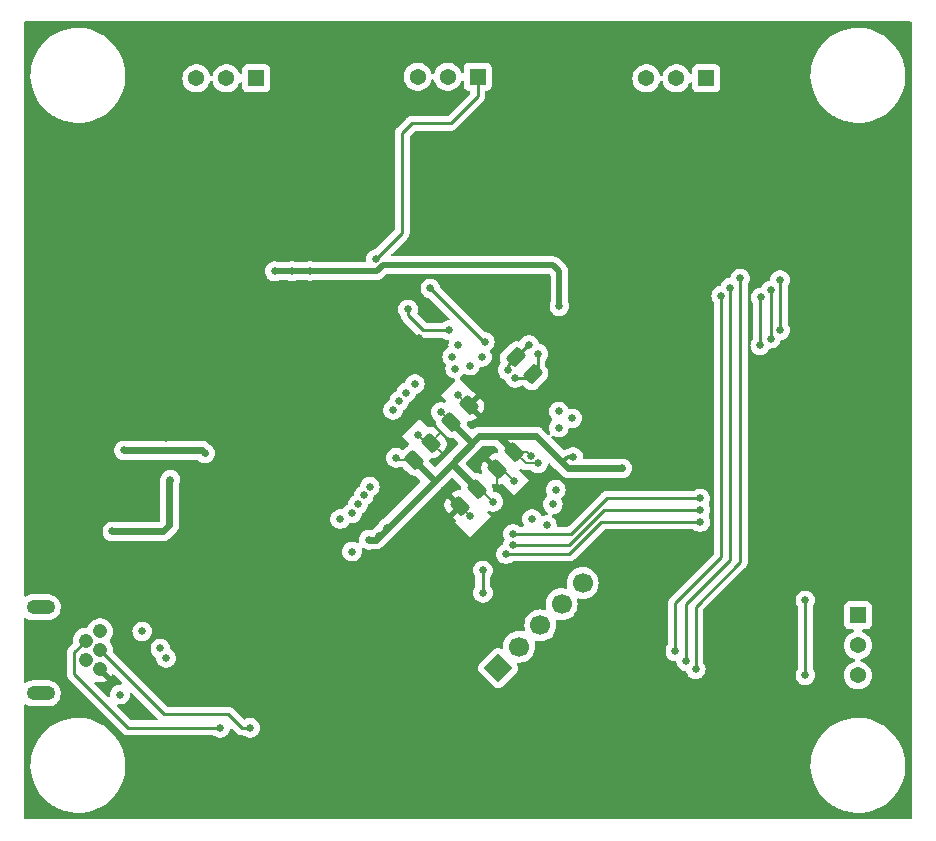
<source format=gbr>
%TF.GenerationSoftware,KiCad,Pcbnew,7.0.10*%
%TF.CreationDate,2024-03-08T11:24:00-05:00*%
%TF.ProjectId,TrumpetMelody,5472756d-7065-4744-9d65-6c6f64792e6b,rev?*%
%TF.SameCoordinates,Original*%
%TF.FileFunction,Copper,L2,Bot*%
%TF.FilePolarity,Positive*%
%FSLAX46Y46*%
G04 Gerber Fmt 4.6, Leading zero omitted, Abs format (unit mm)*
G04 Created by KiCad (PCBNEW 7.0.10) date 2024-03-08 11:24:00*
%MOMM*%
%LPD*%
G01*
G04 APERTURE LIST*
G04 Aperture macros list*
%AMRoundRect*
0 Rectangle with rounded corners*
0 $1 Rounding radius*
0 $2 $3 $4 $5 $6 $7 $8 $9 X,Y pos of 4 corners*
0 Add a 4 corners polygon primitive as box body*
4,1,4,$2,$3,$4,$5,$6,$7,$8,$9,$2,$3,0*
0 Add four circle primitives for the rounded corners*
1,1,$1+$1,$2,$3*
1,1,$1+$1,$4,$5*
1,1,$1+$1,$6,$7*
1,1,$1+$1,$8,$9*
0 Add four rect primitives between the rounded corners*
20,1,$1+$1,$2,$3,$4,$5,0*
20,1,$1+$1,$4,$5,$6,$7,0*
20,1,$1+$1,$6,$7,$8,$9,0*
20,1,$1+$1,$8,$9,$2,$3,0*%
%AMHorizOval*
0 Thick line with rounded ends*
0 $1 width*
0 $2 $3 position (X,Y) of the first rounded end (center of the circle)*
0 $4 $5 position (X,Y) of the second rounded end (center of the circle)*
0 Add line between two ends*
20,1,$1,$2,$3,$4,$5,0*
0 Add two circle primitives to create the rounded ends*
1,1,$1,$2,$3*
1,1,$1,$4,$5*%
%AMRotRect*
0 Rectangle, with rotation*
0 The origin of the aperture is its center*
0 $1 length*
0 $2 width*
0 $3 Rotation angle, in degrees counterclockwise*
0 Add horizontal line*
21,1,$1,$2,0,0,$3*%
G04 Aperture macros list end*
%TA.AperFunction,ComponentPad*%
%ADD10R,1.370000X1.370000*%
%TD*%
%TA.AperFunction,ComponentPad*%
%ADD11C,1.370000*%
%TD*%
%TA.AperFunction,ComponentPad*%
%ADD12C,1.208000*%
%TD*%
%TA.AperFunction,ComponentPad*%
%ADD13O,2.416000X1.208000*%
%TD*%
%TA.AperFunction,ComponentPad*%
%ADD14RotRect,1.700000X1.700000X135.000000*%
%TD*%
%TA.AperFunction,ComponentPad*%
%ADD15HorizOval,1.700000X0.000000X0.000000X0.000000X0.000000X0*%
%TD*%
%TA.AperFunction,SMDPad,CuDef*%
%ADD16RoundRect,0.250000X-0.097227X0.574524X-0.574524X0.097227X0.097227X-0.574524X0.574524X-0.097227X0*%
%TD*%
%TA.AperFunction,SMDPad,CuDef*%
%ADD17RoundRect,0.250000X0.097227X-0.574524X0.574524X-0.097227X-0.097227X0.574524X-0.574524X0.097227X0*%
%TD*%
%TA.AperFunction,SMDPad,CuDef*%
%ADD18RoundRect,0.250000X-0.574524X-0.097227X-0.097227X-0.574524X0.574524X0.097227X0.097227X0.574524X0*%
%TD*%
%TA.AperFunction,ViaPad*%
%ADD19C,0.660400*%
%TD*%
%TA.AperFunction,ViaPad*%
%ADD20C,1.016000*%
%TD*%
%TA.AperFunction,ViaPad*%
%ADD21C,1.800000*%
%TD*%
%TA.AperFunction,Conductor*%
%ADD22C,0.200000*%
%TD*%
%TA.AperFunction,Conductor*%
%ADD23C,0.610000*%
%TD*%
%TA.AperFunction,Conductor*%
%ADD24C,0.300000*%
%TD*%
%TA.AperFunction,Conductor*%
%ADD25C,0.254000*%
%TD*%
%TA.AperFunction,Conductor*%
%ADD26C,0.500000*%
%TD*%
G04 APERTURE END LIST*
D10*
%TO.P,J3,1,1*%
%TO.N,BUTTON_0*%
X205613000Y-51054000D03*
D11*
%TO.P,J3,2,2*%
%TO.N,BUTTON_1*%
X203073000Y-51054000D03*
%TO.P,J3,3,3*%
%TO.N,BUTTON_2*%
X200533000Y-51054000D03*
%TD*%
D10*
%TO.P,J4,1,1*%
%TO.N,+3.3V*%
X167513000Y-51054000D03*
D11*
%TO.P,J4,2,2*%
X164973000Y-51054000D03*
%TO.P,J4,3,3*%
X162433000Y-51054000D03*
%TD*%
D12*
%TO.P,J1,1,VBUS*%
%TO.N,+5V*%
X154286352Y-97874978D03*
%TO.P,J1,2,D-*%
%TO.N,USB_DM*%
X153086352Y-98674978D03*
%TO.P,J1,3,D+*%
%TO.N,USB_DP*%
X154286352Y-99474978D03*
%TO.P,J1,4,ID*%
%TO.N,USB_ID_Connector*%
X153086352Y-100274978D03*
%TO.P,J1,5,GND*%
%TO.N,GND*%
X154286352Y-101074978D03*
D13*
%TO.P,J1,SH1*%
%TO.N,N/C*%
X149236352Y-103124978D03*
%TO.P,J1,SH2*%
X149236352Y-95824978D03*
%TD*%
D10*
%TO.P,RV1,1,1*%
%TO.N,+3.3VA*%
X186255606Y-50919442D03*
D11*
%TO.P,RV1,2,2*%
%TO.N,Net-(R4-Pad2)*%
X183715606Y-50919442D03*
%TO.P,RV1,3,3*%
%TO.N,GNDA*%
X181175606Y-50919442D03*
%TD*%
D14*
%TO.P,J2,1,Pin_1*%
%TO.N,Net-(J2-Pin_1)*%
X187960000Y-100965000D03*
D15*
%TO.P,J2,2,Pin_2*%
%TO.N,Net-(J2-Pin_2)*%
X189756051Y-99168949D03*
%TO.P,J2,3,Pin_3*%
%TO.N,Net-(J2-Pin_3)*%
X191552102Y-97372898D03*
%TO.P,J2,4,Pin_4*%
%TO.N,Net-(J2-Pin_4)*%
X193348154Y-95576846D03*
%TO.P,J2,5,Pin_5*%
%TO.N,Net-(J2-Pin_5)*%
X195144205Y-93780795D03*
%TD*%
D10*
%TO.P,LS1,1,1*%
%TO.N,Net-(C12-Pad1)*%
X218440000Y-96520000D03*
D11*
%TO.P,LS1,2,2*%
%TO.N,Net-(C14-Pad1)*%
X218440000Y-99060000D03*
%TO.P,LS1,3*%
%TO.N,N/C*%
X218440000Y-101600000D03*
%TD*%
D16*
%TO.P,C4,1*%
%TO.N,+3.3V*%
X186199676Y-85786324D03*
%TO.P,C4,2*%
%TO.N,GND*%
X184732430Y-87253570D03*
%TD*%
D17*
%TO.P,C1,1*%
%TO.N,+3.3V*%
X184025323Y-80182503D03*
%TO.P,C1,2*%
%TO.N,GND*%
X185492569Y-78715257D03*
%TD*%
D18*
%TO.P,C5,1*%
%TO.N,+3.3VA*%
X189452368Y-74649393D03*
%TO.P,C5,2*%
%TO.N,GNDA*%
X190919614Y-76116639D03*
%TD*%
D16*
%TO.P,C3,1*%
%TO.N,+3.3V*%
X189328623Y-82657377D03*
%TO.P,C3,2*%
%TO.N,GND*%
X187861377Y-84124623D03*
%TD*%
D17*
%TO.P,C2,1*%
%TO.N,+3.3V*%
X180843343Y-83364483D03*
%TO.P,C2,2*%
%TO.N,GND*%
X182310589Y-81897237D03*
%TD*%
D19*
%TO.N,+3.3V*%
X194355000Y-83120000D03*
X187560857Y-86900017D03*
X191363602Y-83644765D03*
X156312277Y-82552468D03*
X190742837Y-83010930D03*
X178605000Y-89120000D03*
X179299113Y-83183996D03*
X177014409Y-90117100D03*
X177912955Y-89813840D03*
X183141439Y-79298619D03*
X163195000Y-82804000D03*
X198501000Y-84074000D03*
%TO.N,GND*%
X215855000Y-90620000D03*
X210855000Y-90620000D03*
X161855000Y-109870000D03*
X195355000Y-110620000D03*
X195355000Y-111870000D03*
X163355000Y-109870000D03*
X192105000Y-58120000D03*
X159893000Y-81534000D03*
X164465000Y-72898000D03*
X164465000Y-73914000D03*
X214605000Y-90620000D03*
X164211000Y-89662000D03*
X164465602Y-80898116D03*
X169291000Y-83058000D03*
X196605000Y-85620000D03*
X161105000Y-101370000D03*
X218855000Y-67370000D03*
X151105000Y-62870000D03*
X193855000Y-58120000D03*
X176605000Y-79370000D03*
X214605000Y-89370000D03*
X151105000Y-64120000D03*
X181855000Y-56620000D03*
X213355000Y-90620000D03*
X207855000Y-105370000D03*
X215855000Y-61120000D03*
X212105000Y-89370000D03*
X156845000Y-104140000D03*
X165481000Y-89662000D03*
X192105000Y-59620000D03*
X209105000Y-102120000D03*
X162605000Y-102620000D03*
X181855000Y-57870000D03*
X197855000Y-111870000D03*
X189105000Y-69620000D03*
X164465000Y-75946000D03*
X169291000Y-84074000D03*
X175355000Y-78370000D03*
X217855000Y-68620000D03*
X185855000Y-83620000D03*
X221855000Y-68620000D03*
X215855000Y-91870000D03*
X169291000Y-89662000D03*
X159331698Y-101931826D03*
X217855000Y-67370000D03*
X200355000Y-110620000D03*
X181355000Y-63870000D03*
X166355000Y-109870000D03*
X200355000Y-111870000D03*
X162941000Y-93726000D03*
X200605000Y-107870000D03*
X168021000Y-89662000D03*
X221855000Y-67370000D03*
X181254400Y-73050400D03*
X162941000Y-89662000D03*
X218355000Y-91870000D03*
X184105000Y-63870000D03*
X217105000Y-89370000D03*
X218855000Y-68620000D03*
X158505735Y-101077370D03*
X207855000Y-102120000D03*
X169355000Y-109870000D03*
X212105000Y-90620000D03*
D20*
X198755000Y-104775000D03*
D19*
X209605000Y-90620000D03*
X153605000Y-64120000D03*
X174605000Y-74370000D03*
X182605000Y-63870000D03*
X219855000Y-68620000D03*
X214605000Y-91870000D03*
X196605000Y-111870000D03*
X183769000Y-110490000D03*
X149855000Y-62870000D03*
X217105000Y-90620000D03*
X218355000Y-89370000D03*
X214855000Y-62120000D03*
X207855000Y-103120000D03*
X164465000Y-77978000D03*
X158115000Y-104775000D03*
X174605000Y-72870000D03*
X178725744Y-107974565D03*
X169291000Y-88646000D03*
X209605000Y-91870000D03*
X193855000Y-56870000D03*
X196605000Y-110620000D03*
X189328624Y-85132250D03*
X213355000Y-89370000D03*
X202355000Y-106870000D03*
X162941000Y-90678000D03*
X181196896Y-81243163D03*
X176355000Y-74370000D03*
X167855000Y-109870000D03*
X157287307Y-101063365D03*
X164465000Y-81788000D03*
X185616313Y-88137454D03*
X215855000Y-62120000D03*
X153605000Y-62870000D03*
X215855000Y-89370000D03*
X176605000Y-78370000D03*
X164465000Y-80010000D03*
X189105000Y-71370000D03*
X164855000Y-109870000D03*
X192105000Y-56870000D03*
X184105000Y-85370000D03*
X213855000Y-61120000D03*
X176355000Y-72870000D03*
X162605000Y-101370000D03*
X166751000Y-89662000D03*
X218355000Y-90620000D03*
X162941000Y-92710000D03*
X183355000Y-57870000D03*
X197855000Y-110620000D03*
X214855000Y-61120000D03*
X213355000Y-91870000D03*
X220855000Y-68620000D03*
X152355000Y-64120000D03*
X183355000Y-56620000D03*
X165735000Y-83058000D03*
X203105000Y-102370000D03*
D21*
X220853000Y-90678000D03*
D19*
X203605000Y-105370000D03*
X199105000Y-111870000D03*
X219855000Y-67370000D03*
X193855000Y-59620000D03*
X168275000Y-83058000D03*
X162941000Y-91694000D03*
X217105000Y-91870000D03*
X203605000Y-106870000D03*
X164465000Y-74930000D03*
X175355000Y-79370000D03*
X164465000Y-76962000D03*
X220855000Y-67370000D03*
X167005000Y-83058000D03*
X149855000Y-64120000D03*
X184555653Y-77884406D03*
X161105000Y-102620000D03*
X202105000Y-103620000D03*
X164465000Y-78994000D03*
X199105000Y-110620000D03*
X198105000Y-85620000D03*
X152355000Y-62870000D03*
X213855000Y-62120000D03*
X201105000Y-106870000D03*
X210855000Y-91870000D03*
X198245857Y-101474143D03*
X212105000Y-91870000D03*
%TO.N,+3.3VA*%
X177605000Y-66370000D03*
X183855000Y-72370000D03*
X188796004Y-75761647D03*
X180355000Y-70620000D03*
X190605000Y-73620000D03*
%TO.N,GNDA*%
X193167000Y-70358000D03*
X170545712Y-67375745D03*
X189434147Y-76419941D03*
X191355000Y-74370000D03*
X169049353Y-67383846D03*
X172054488Y-67362739D03*
%TO.N,+5V*%
X160239385Y-85031364D03*
X155321000Y-89408000D03*
X157855000Y-97870000D03*
%TO.N,ADC1_IN0*%
X182245000Y-68834000D03*
X186855000Y-73370000D03*
%TO.N,Net-(C12-Pad1)*%
X213995000Y-101600000D03*
X213995000Y-95250000D03*
%TO.N,GPIO_BUTTON_0*%
X211857768Y-72392265D03*
X188653585Y-91321414D03*
X211840060Y-68134940D03*
X205105000Y-88620000D03*
%TO.N,GPIO_BUTTON_1*%
X189225811Y-90570706D03*
X211053703Y-73088010D03*
X205105000Y-87620000D03*
X211060276Y-68992484D03*
%TO.N,GPIO_BUTTON_2*%
X210199926Y-69606315D03*
X189235476Y-89623544D03*
X210185000Y-73660000D03*
X205105000Y-86620000D03*
%TO.N,USB_DP*%
X167005000Y-106045000D03*
%TO.N,USB_DM*%
X164465000Y-106045000D03*
%TO.N,USB_ID_Connector*%
X155967968Y-103224672D03*
%TO.N,JTDI*%
X186690000Y-94615000D03*
X186690000Y-92710000D03*
%TO.N,PC13*%
X193105000Y-80620000D03*
%TO.N,OSC32_IN*%
X194242606Y-79838747D03*
%TO.N,I2S_SD*%
X202991350Y-99560115D03*
X206869544Y-69443200D03*
%TO.N,PA1*%
X186605000Y-74620000D03*
%TO.N,PA2*%
X185605000Y-75370000D03*
%TO.N,PA3*%
X184355000Y-75620000D03*
%TO.N,PA4*%
X184105000Y-74620000D03*
%TO.N,PA5*%
X184605000Y-73620000D03*
%TO.N,PA6*%
X180921403Y-76936403D03*
%TO.N,PA7*%
X180205684Y-77652122D03*
%TO.N,PC5*%
X179605000Y-78370492D03*
%TO.N,PB1*%
X179086900Y-79120000D03*
%TO.N,I2S_CK*%
X203901637Y-100392930D03*
X207645000Y-68786000D03*
%TO.N,I2S_WS*%
X204705402Y-101090172D03*
X208484094Y-67986358D03*
%TO.N,PB13*%
X177105000Y-85620000D03*
%TO.N,PB14*%
X176605000Y-86370000D03*
%TO.N,PB15*%
X176105000Y-87120000D03*
%TO.N,PC6*%
X175605000Y-87870000D03*
%TO.N,PC7*%
X174605000Y-88370000D03*
%TO.N,PA8*%
X175605000Y-91120000D03*
%TO.N,USB_VSENSE*%
X159385000Y-99314000D03*
%TO.N,USB_ID*%
X159855000Y-100120000D03*
%TO.N,PB6*%
X190855000Y-88370000D03*
%TO.N,PB7*%
X192105000Y-88870000D03*
%TO.N,PB8*%
X192605000Y-87120000D03*
%TO.N,PB9*%
X192855000Y-85870000D03*
%TO.N,OSC32_OUT*%
X193105000Y-79254500D03*
%TD*%
D22*
%TO.N,+3.3V*%
X190389284Y-82657377D02*
X189328624Y-82657377D01*
D23*
X177014409Y-90117100D02*
X177607900Y-90117100D01*
X156314745Y-82550000D02*
X156312277Y-82552468D01*
X177607900Y-90117100D02*
X182605000Y-85120000D01*
X185855000Y-81870000D02*
X185712820Y-81870000D01*
X184230000Y-83495000D02*
X184230000Y-83816648D01*
X193415000Y-83560000D02*
X192790000Y-82935000D01*
D22*
X179479600Y-83364483D02*
X180843342Y-83364483D01*
X183141439Y-79298619D02*
X184025323Y-80182503D01*
D23*
X182605000Y-85120000D02*
X184230000Y-83495000D01*
X182605000Y-85120000D02*
X182598860Y-85120000D01*
X163195000Y-82804000D02*
X162941000Y-82550000D01*
X186355000Y-81370000D02*
X188041246Y-81370000D01*
D24*
X193855000Y-83120000D02*
X194355000Y-83120000D01*
D22*
X191363602Y-83644765D02*
X190316011Y-83644765D01*
D23*
X191225000Y-81370000D02*
X186355000Y-81370000D01*
X185855000Y-81870000D02*
X186355000Y-81370000D01*
X192790000Y-82935000D02*
X191225000Y-81370000D01*
X193929000Y-84074000D02*
X193415000Y-83560000D01*
D22*
X190742837Y-83010930D02*
X190389284Y-82657377D01*
X186447164Y-85786324D02*
X186199676Y-85786324D01*
D23*
X185712820Y-81870000D02*
X184025323Y-80182503D01*
D22*
X187560857Y-86900017D02*
X186447164Y-85786324D01*
D24*
X193415000Y-83560000D02*
X193855000Y-83120000D01*
D22*
X190316011Y-83644765D02*
X189328623Y-82657377D01*
D23*
X198501000Y-84074000D02*
X193929000Y-84074000D01*
X162941000Y-82550000D02*
X156314745Y-82550000D01*
X182598860Y-85120000D02*
X180843343Y-83364483D01*
X184230000Y-83816648D02*
X186199676Y-85786324D01*
D22*
X179299113Y-83183996D02*
X179479600Y-83364483D01*
D23*
X184230000Y-83495000D02*
X185855000Y-81870000D01*
X188041246Y-81370000D02*
X189328623Y-82657377D01*
D22*
%TO.N,GND*%
X181850969Y-81897237D02*
X182310589Y-81897237D01*
X181196896Y-81243163D02*
X181850969Y-81897237D01*
D25*
X169094381Y-105880619D02*
X169094381Y-106113668D01*
D22*
X187861377Y-84018557D02*
X187861377Y-84124623D01*
X185386503Y-78715256D02*
X185492569Y-78715256D01*
X189328624Y-85132250D02*
X188320997Y-84124623D01*
X182310589Y-81897237D02*
X183283352Y-82870000D01*
X184555653Y-77884406D02*
X185386503Y-78715256D01*
X183283352Y-82870000D02*
X183355000Y-82870000D01*
X182310589Y-81897237D02*
X183087826Y-81120000D01*
X188320997Y-84124623D02*
X187861377Y-84124623D01*
X183087826Y-81120000D02*
X183105000Y-81120000D01*
X187861377Y-85376377D02*
X188355000Y-85870000D01*
X185616313Y-88137454D02*
X184732430Y-87253571D01*
X187861377Y-84124623D02*
X187861377Y-85376377D01*
D25*
%TO.N,+3.3VA*%
X188796004Y-75761647D02*
X188796004Y-75305757D01*
X180680655Y-54870000D02*
X183953940Y-54870000D01*
X179855000Y-64120000D02*
X179855000Y-55724475D01*
X179855000Y-55724475D02*
X179840590Y-55710065D01*
X190605000Y-73620000D02*
X190481761Y-73620000D01*
X177605000Y-66370000D02*
X179855000Y-64120000D01*
X180355000Y-71120000D02*
X181605000Y-72370000D01*
X181605000Y-72370000D02*
X183855000Y-72370000D01*
X184721313Y-54102627D02*
X186255606Y-52568334D01*
X183953940Y-54870000D02*
X184721313Y-54102627D01*
X179840590Y-55710065D02*
X180680655Y-54870000D01*
X188796004Y-75305757D02*
X189452368Y-74649393D01*
X186255606Y-52568334D02*
X186255606Y-50919442D01*
X190481761Y-73620000D02*
X189452368Y-74649393D01*
X180355000Y-70620000D02*
X180355000Y-71120000D01*
D26*
%TO.N,GNDA*%
X177715631Y-67362739D02*
X178208370Y-66870000D01*
D25*
X170558718Y-67362739D02*
X170545712Y-67375745D01*
D26*
X192647803Y-66870000D02*
X193167000Y-67389197D01*
X172054488Y-67362739D02*
X170558718Y-67362739D01*
D25*
X189434147Y-76419941D02*
X190616312Y-76419941D01*
X190616312Y-76419941D02*
X190919614Y-76116639D01*
X169057454Y-67375745D02*
X169049353Y-67383846D01*
X191355000Y-75681253D02*
X190919614Y-76116639D01*
D26*
X193167000Y-67389197D02*
X193167000Y-70358000D01*
X172054488Y-67362739D02*
X177715631Y-67362739D01*
D25*
X191355000Y-74370000D02*
X191355000Y-75681253D01*
D26*
X178208370Y-66870000D02*
X192647803Y-66870000D01*
X170545712Y-67375745D02*
X169057454Y-67375745D01*
D23*
%TO.N,+5V*%
X160239385Y-85031364D02*
X160147000Y-85123749D01*
X159639000Y-89408000D02*
X155321000Y-89408000D01*
X160147000Y-85123749D02*
X160147000Y-88900000D01*
X160147000Y-88900000D02*
X159639000Y-89408000D01*
D25*
%TO.N,ADC1_IN0*%
X186781000Y-73370000D02*
X182245000Y-68834000D01*
X186855000Y-73370000D02*
X186781000Y-73370000D01*
%TO.N,Net-(C12-Pad1)*%
X213995000Y-95250000D02*
X213995000Y-101600000D01*
%TO.N,GPIO_BUTTON_0*%
X211857768Y-68152648D02*
X211857768Y-72392265D01*
X211840060Y-68134940D02*
X211857768Y-68152648D01*
X196687700Y-88620000D02*
X193986286Y-91321414D01*
X205105000Y-88620000D02*
X196687700Y-88620000D01*
X193986286Y-91321414D02*
X188653585Y-91321414D01*
%TO.N,GPIO_BUTTON_1*%
X211060276Y-68992484D02*
X211060276Y-73081437D01*
X193996604Y-90570706D02*
X196947310Y-87620000D01*
X211060276Y-73081437D02*
X211053703Y-73088010D01*
X196947310Y-87620000D02*
X205105000Y-87620000D01*
X189225811Y-90570706D02*
X193996604Y-90570706D01*
%TO.N,GPIO_BUTTON_2*%
X205105000Y-86620000D02*
X197188412Y-86620000D01*
X210185000Y-69621241D02*
X210185000Y-73660000D01*
X197188412Y-86620000D02*
X194184868Y-89623544D01*
X194184868Y-89623544D02*
X189235476Y-89623544D01*
X210199926Y-69606315D02*
X210185000Y-69621241D01*
%TO.N,USB_DP*%
X159681374Y-104870000D02*
X165105000Y-104870000D01*
X154286352Y-99474978D02*
X159681374Y-104870000D01*
X166280000Y-106045000D02*
X167005000Y-106045000D01*
X167012053Y-106045000D02*
X167005000Y-106045000D01*
X165105000Y-104870000D02*
X166280000Y-106045000D01*
%TO.N,USB_DM*%
X152105000Y-99656330D02*
X153086352Y-98674978D01*
X156654507Y-106045000D02*
X152105000Y-101495493D01*
X164465000Y-106045000D02*
X156654507Y-106045000D01*
X164465000Y-106045000D02*
X164624653Y-106045000D01*
X152105000Y-101495493D02*
X152105000Y-99656330D01*
%TO.N,JTDI*%
X186690000Y-92710000D02*
X186690000Y-94615000D01*
%TO.N,I2S_SD*%
X206869544Y-69443200D02*
X206869544Y-91605456D01*
X202996857Y-95478143D02*
X202996857Y-99554608D01*
X206869544Y-91605456D02*
X202996857Y-95478143D01*
X202996857Y-99554608D02*
X202991350Y-99560115D01*
%TO.N,I2S_CK*%
X203909528Y-100385039D02*
X203901637Y-100392930D01*
X203909528Y-95565472D02*
X203909528Y-100385039D01*
X207645000Y-68786000D02*
X207645000Y-91830000D01*
X207645000Y-91830000D02*
X203909528Y-95565472D01*
%TO.N,I2S_WS*%
X208484094Y-67986358D02*
X208484094Y-91990906D01*
X208484094Y-91990906D02*
X204705402Y-95769598D01*
X204705402Y-95769598D02*
X204705402Y-100267273D01*
X204705402Y-100267273D02*
X204705402Y-101090172D01*
%TD*%
%TA.AperFunction,Conductor*%
%TO.N,GND*%
G36*
X156993564Y-103072321D02*
G01*
X157010283Y-103086328D01*
X159129774Y-105205819D01*
X159163259Y-105267142D01*
X159158275Y-105336834D01*
X159116403Y-105392767D01*
X159050939Y-105417184D01*
X159042093Y-105417500D01*
X156965788Y-105417500D01*
X156898749Y-105397815D01*
X156878107Y-105381181D01*
X155759668Y-104262742D01*
X155726183Y-104201419D01*
X155731167Y-104131727D01*
X155773039Y-104075794D01*
X155838503Y-104051377D01*
X155873127Y-104053771D01*
X155880658Y-104055372D01*
X155880662Y-104055372D01*
X156055277Y-104055372D01*
X156055278Y-104055372D01*
X156226082Y-104019067D01*
X156226084Y-104019065D01*
X156226087Y-104019065D01*
X156279820Y-103995141D01*
X156385606Y-103948042D01*
X156526877Y-103845403D01*
X156643720Y-103715635D01*
X156731031Y-103564409D01*
X156784991Y-103398336D01*
X156803244Y-103224672D01*
X156799281Y-103186969D01*
X156811850Y-103118241D01*
X156859582Y-103067217D01*
X156927322Y-103050099D01*
X156993564Y-103072321D01*
G37*
%TD.AperFunction*%
%TA.AperFunction,Conductor*%
G36*
X155226672Y-101661746D02*
G01*
X155226673Y-101661746D01*
X155229009Y-101658653D01*
X155269733Y-101576870D01*
X155317236Y-101525633D01*
X155384899Y-101508211D01*
X155451239Y-101530136D01*
X155468415Y-101544460D01*
X156106246Y-102182291D01*
X156139731Y-102243614D01*
X156134747Y-102313306D01*
X156092875Y-102369239D01*
X156027411Y-102393656D01*
X156018565Y-102393972D01*
X155880658Y-102393972D01*
X155859854Y-102398394D01*
X155709854Y-102430276D01*
X155709848Y-102430278D01*
X155550330Y-102501301D01*
X155550325Y-102501304D01*
X155409060Y-102603939D01*
X155409058Y-102603941D01*
X155292215Y-102733710D01*
X155204905Y-102884934D01*
X155204901Y-102884943D01*
X155151240Y-103050099D01*
X155150945Y-103051008D01*
X155137622Y-103177767D01*
X155132692Y-103224672D01*
X155144372Y-103335802D01*
X155131802Y-103404532D01*
X155084070Y-103455555D01*
X155016330Y-103472673D01*
X154950088Y-103450450D01*
X154933370Y-103436444D01*
X153836023Y-102339097D01*
X153802538Y-102277774D01*
X153807522Y-102208082D01*
X153849394Y-102152149D01*
X153914858Y-102127732D01*
X153968500Y-102135790D01*
X153982935Y-102141382D01*
X154184053Y-102178978D01*
X154388651Y-102178978D01*
X154589767Y-102141382D01*
X154589768Y-102141382D01*
X154780554Y-102067472D01*
X154780556Y-102067471D01*
X154869945Y-102012123D01*
X154282800Y-101424978D01*
X154315357Y-101424978D01*
X154401568Y-101410592D01*
X154504299Y-101354997D01*
X154583412Y-101269057D01*
X154630334Y-101162086D01*
X154637731Y-101072805D01*
X155226672Y-101661746D01*
G37*
%TD.AperFunction*%
%TA.AperFunction,Conductor*%
G36*
X187723274Y-82195185D02*
G01*
X187743916Y-82211819D01*
X187967279Y-82435182D01*
X188000764Y-82496505D01*
X188003598Y-82522863D01*
X188003598Y-82647867D01*
X188003599Y-82647876D01*
X188004496Y-82651662D01*
X188004354Y-82654337D01*
X188004437Y-82655046D01*
X188004315Y-82655060D01*
X188000799Y-82721434D01*
X187959968Y-82778131D01*
X187894966Y-82803753D01*
X187855242Y-82800911D01*
X187851812Y-82800098D01*
X187676490Y-82800098D01*
X187505885Y-82840532D01*
X187349209Y-82919217D01*
X187269171Y-82984418D01*
X187269153Y-82984434D01*
X187171948Y-83081640D01*
X188127249Y-84036941D01*
X188160734Y-84098264D01*
X188155750Y-84167956D01*
X188127249Y-84212303D01*
X187949058Y-84390495D01*
X187887735Y-84423980D01*
X187818044Y-84418996D01*
X187773696Y-84390495D01*
X186818395Y-83435194D01*
X186721182Y-83532408D01*
X186721172Y-83532419D01*
X186655976Y-83612450D01*
X186655967Y-83612463D01*
X186577286Y-83769131D01*
X186536852Y-83939735D01*
X186536852Y-84115056D01*
X186577286Y-84285660D01*
X186627469Y-84385583D01*
X186639966Y-84454326D01*
X186613313Y-84518912D01*
X186555974Y-84558837D01*
X186486152Y-84561423D01*
X186461008Y-84552045D01*
X186360878Y-84501758D01*
X186190177Y-84461300D01*
X186190172Y-84461299D01*
X186190170Y-84461299D01*
X186065162Y-84461299D01*
X185998123Y-84441614D01*
X185977481Y-84424980D01*
X185296006Y-83743505D01*
X185262521Y-83682182D01*
X185267505Y-83612490D01*
X185296006Y-83568143D01*
X186652330Y-82211819D01*
X186713653Y-82178334D01*
X186740011Y-82175500D01*
X187656235Y-82175500D01*
X187723274Y-82195185D01*
G37*
%TD.AperFunction*%
%TA.AperFunction,Conductor*%
G36*
X222962539Y-46240185D02*
G01*
X223008294Y-46292989D01*
X223019500Y-46344500D01*
X223019500Y-113675500D01*
X222999815Y-113742539D01*
X222947011Y-113788294D01*
X222895500Y-113799500D01*
X147944500Y-113799500D01*
X147877461Y-113779815D01*
X147831706Y-113727011D01*
X147820500Y-113675500D01*
X147820500Y-109320119D01*
X148385155Y-109320119D01*
X148415075Y-109719369D01*
X148415077Y-109719383D01*
X148484600Y-110113670D01*
X148593034Y-110499063D01*
X148593038Y-110499077D01*
X148739303Y-110871754D01*
X148739308Y-110871766D01*
X148739309Y-110871767D01*
X148921962Y-111228046D01*
X149139182Y-111564368D01*
X149388810Y-111877391D01*
X149388819Y-111877402D01*
X149668356Y-112163996D01*
X149668374Y-112164013D01*
X149975071Y-112421361D01*
X149975073Y-112421362D01*
X150305860Y-112646891D01*
X150378631Y-112686519D01*
X150657483Y-112838374D01*
X151026416Y-112993892D01*
X151026427Y-112993895D01*
X151026437Y-112993899D01*
X151201837Y-113048002D01*
X151409000Y-113111904D01*
X151801433Y-113191236D01*
X152142902Y-113225405D01*
X152199813Y-113231100D01*
X152199814Y-113231100D01*
X152500007Y-113231100D01*
X152500024Y-113231100D01*
X152799874Y-113216135D01*
X153195773Y-113156463D01*
X153583764Y-113057668D01*
X153959990Y-112920733D01*
X154320712Y-112747019D01*
X154662345Y-112538251D01*
X154981494Y-112296505D01*
X155274987Y-112024183D01*
X155539907Y-111723992D01*
X155773621Y-111398916D01*
X155973807Y-111052184D01*
X156138475Y-110687243D01*
X156265988Y-110307720D01*
X156355079Y-109917387D01*
X156404862Y-109520123D01*
X156409850Y-109320119D01*
X214425155Y-109320119D01*
X214455075Y-109719369D01*
X214455077Y-109719383D01*
X214524600Y-110113670D01*
X214633034Y-110499063D01*
X214633038Y-110499077D01*
X214779303Y-110871754D01*
X214779308Y-110871766D01*
X214779309Y-110871767D01*
X214961962Y-111228046D01*
X215179182Y-111564368D01*
X215428810Y-111877391D01*
X215428819Y-111877402D01*
X215708356Y-112163996D01*
X215708374Y-112164013D01*
X216015071Y-112421361D01*
X216015073Y-112421362D01*
X216345860Y-112646891D01*
X216418631Y-112686519D01*
X216697483Y-112838374D01*
X217066416Y-112993892D01*
X217066427Y-112993895D01*
X217066437Y-112993899D01*
X217241837Y-113048002D01*
X217449000Y-113111904D01*
X217841433Y-113191236D01*
X218182902Y-113225405D01*
X218239813Y-113231100D01*
X218239814Y-113231100D01*
X218540007Y-113231100D01*
X218540024Y-113231100D01*
X218839874Y-113216135D01*
X219235773Y-113156463D01*
X219623764Y-113057668D01*
X219999990Y-112920733D01*
X220360712Y-112747019D01*
X220702345Y-112538251D01*
X221021494Y-112296505D01*
X221314987Y-112024183D01*
X221579907Y-111723992D01*
X221813621Y-111398916D01*
X222013807Y-111052184D01*
X222178475Y-110687243D01*
X222305988Y-110307720D01*
X222395079Y-109917387D01*
X222444862Y-109520123D01*
X222454844Y-109119876D01*
X222424924Y-108720624D01*
X222355400Y-108326335D01*
X222355399Y-108326329D01*
X222246965Y-107940936D01*
X222246961Y-107940922D01*
X222100696Y-107568245D01*
X222100691Y-107568233D01*
X221918042Y-107211962D01*
X221918038Y-107211954D01*
X221700818Y-106875632D01*
X221451190Y-106562609D01*
X221451187Y-106562606D01*
X221451180Y-106562597D01*
X221171643Y-106276003D01*
X221171625Y-106275986D01*
X220864928Y-106018638D01*
X220864926Y-106018637D01*
X220534139Y-105793108D01*
X220350271Y-105692980D01*
X220182517Y-105601626D01*
X220182509Y-105601622D01*
X220182506Y-105601621D01*
X219813584Y-105446108D01*
X219813562Y-105446100D01*
X219430997Y-105328095D01*
X219430984Y-105328092D01*
X219038581Y-105248766D01*
X219038560Y-105248763D01*
X218640187Y-105208900D01*
X218640186Y-105208900D01*
X218339976Y-105208900D01*
X218339961Y-105208900D01*
X218040126Y-105223864D01*
X217644227Y-105283536D01*
X217320634Y-105365934D01*
X217256236Y-105382332D01*
X217256234Y-105382332D01*
X217256225Y-105382335D01*
X216880001Y-105519270D01*
X216519288Y-105692980D01*
X216519284Y-105692982D01*
X216177659Y-105901745D01*
X216177648Y-105901753D01*
X215858505Y-106143495D01*
X215858502Y-106143497D01*
X215565007Y-106415822D01*
X215300089Y-106716012D01*
X215066384Y-107041077D01*
X215066371Y-107041097D01*
X214866194Y-107387813D01*
X214701524Y-107752757D01*
X214574012Y-108132277D01*
X214484921Y-108522610D01*
X214435137Y-108919882D01*
X214425155Y-109320108D01*
X214425155Y-109320119D01*
X156409850Y-109320119D01*
X156414844Y-109119876D01*
X156384924Y-108720624D01*
X156315400Y-108326335D01*
X156315399Y-108326329D01*
X156206965Y-107940936D01*
X156206961Y-107940922D01*
X156060696Y-107568245D01*
X156060691Y-107568233D01*
X155878042Y-107211962D01*
X155878038Y-107211954D01*
X155660818Y-106875632D01*
X155411190Y-106562609D01*
X155411187Y-106562606D01*
X155411180Y-106562597D01*
X155131643Y-106276003D01*
X155131625Y-106275986D01*
X154824928Y-106018638D01*
X154824926Y-106018637D01*
X154494139Y-105793108D01*
X154310271Y-105692980D01*
X154142517Y-105601626D01*
X154142509Y-105601622D01*
X154142506Y-105601621D01*
X153773584Y-105446108D01*
X153773562Y-105446100D01*
X153390997Y-105328095D01*
X153390984Y-105328092D01*
X152998581Y-105248766D01*
X152998560Y-105248763D01*
X152600187Y-105208900D01*
X152600186Y-105208900D01*
X152299976Y-105208900D01*
X152299961Y-105208900D01*
X152000126Y-105223864D01*
X151604227Y-105283536D01*
X151280634Y-105365934D01*
X151216236Y-105382332D01*
X151216234Y-105382332D01*
X151216225Y-105382335D01*
X150840001Y-105519270D01*
X150479288Y-105692980D01*
X150479284Y-105692982D01*
X150137659Y-105901745D01*
X150137648Y-105901753D01*
X149818505Y-106143495D01*
X149818502Y-106143497D01*
X149525007Y-106415822D01*
X149260089Y-106716012D01*
X149026384Y-107041077D01*
X149026371Y-107041097D01*
X148826194Y-107387813D01*
X148661524Y-107752757D01*
X148534012Y-108132277D01*
X148444921Y-108522610D01*
X148395137Y-108919882D01*
X148385155Y-109320108D01*
X148385155Y-109320119D01*
X147820500Y-109320119D01*
X147820500Y-104143243D01*
X147840185Y-104076204D01*
X147892989Y-104030449D01*
X147962147Y-104020505D01*
X148011538Y-104038926D01*
X148123939Y-104111162D01*
X148319763Y-104189558D01*
X148526885Y-104229478D01*
X149892970Y-104229478D01*
X150035296Y-104215886D01*
X150050331Y-104214451D01*
X150252720Y-104155025D01*
X150440206Y-104058369D01*
X150464929Y-104038927D01*
X150518086Y-103997123D01*
X150606011Y-103927978D01*
X150744144Y-103768565D01*
X150849611Y-103585891D01*
X150918600Y-103386558D01*
X150948619Y-103177771D01*
X150938583Y-102967076D01*
X150888853Y-102762088D01*
X150816629Y-102603939D01*
X150801228Y-102570215D01*
X150801224Y-102570209D01*
X150678878Y-102398398D01*
X150678872Y-102398392D01*
X150526216Y-102252835D01*
X150526214Y-102252833D01*
X150348765Y-102138794D01*
X150152941Y-102060398D01*
X149945819Y-102020478D01*
X148579739Y-102020478D01*
X148579734Y-102020478D01*
X148422383Y-102035503D01*
X148422366Y-102035506D01*
X148219987Y-102094929D01*
X148032492Y-102191590D01*
X148021148Y-102200511D01*
X147956283Y-102226477D01*
X147887676Y-102213252D01*
X147837111Y-102165034D01*
X147820500Y-102103038D01*
X147820500Y-99636461D01*
X151472825Y-99636461D01*
X151476950Y-99680097D01*
X151477500Y-99691767D01*
X151477500Y-101412525D01*
X151475772Y-101428174D01*
X151476054Y-101428201D01*
X151475319Y-101435968D01*
X151477439Y-101503410D01*
X151477500Y-101507304D01*
X151477500Y-101534969D01*
X151478006Y-101538978D01*
X151478921Y-101550609D01*
X151480298Y-101594435D01*
X151485916Y-101613768D01*
X151489862Y-101632822D01*
X151492383Y-101652780D01*
X151492386Y-101652792D01*
X151508519Y-101693541D01*
X151512302Y-101704591D01*
X151524530Y-101746680D01*
X151524530Y-101746681D01*
X151534777Y-101764008D01*
X151543335Y-101781478D01*
X151550745Y-101800194D01*
X151576511Y-101835657D01*
X151582925Y-101845422D01*
X151605234Y-101883145D01*
X151605240Y-101883153D01*
X151619469Y-101897381D01*
X151632106Y-101912177D01*
X151643937Y-101928460D01*
X151677717Y-101956405D01*
X151686346Y-101964258D01*
X156152131Y-106430043D01*
X156161978Y-106442333D01*
X156162196Y-106442154D01*
X156167164Y-106448159D01*
X156216353Y-106494351D01*
X156219150Y-106497062D01*
X156238714Y-106516626D01*
X156241896Y-106519094D01*
X156250783Y-106526683D01*
X156282740Y-106556693D01*
X156300391Y-106566396D01*
X156316641Y-106577071D01*
X156332544Y-106589407D01*
X156332545Y-106589408D01*
X156332548Y-106589410D01*
X156372766Y-106606813D01*
X156383250Y-106611948D01*
X156421673Y-106633072D01*
X156440747Y-106637969D01*
X156441167Y-106638077D01*
X156459571Y-106644377D01*
X156478049Y-106652374D01*
X156521358Y-106659233D01*
X156532765Y-106661595D01*
X156575235Y-106672500D01*
X156595365Y-106672500D01*
X156614764Y-106674027D01*
X156634640Y-106677175D01*
X156674435Y-106673413D01*
X156678277Y-106673050D01*
X156689946Y-106672500D01*
X163875118Y-106672500D01*
X163942157Y-106692185D01*
X163948003Y-106696182D01*
X164047357Y-106768367D01*
X164047362Y-106768370D01*
X164206880Y-106839393D01*
X164206886Y-106839395D01*
X164377690Y-106875700D01*
X164377691Y-106875700D01*
X164552309Y-106875700D01*
X164552310Y-106875700D01*
X164723114Y-106839395D01*
X164723116Y-106839393D01*
X164723119Y-106839393D01*
X164776852Y-106815469D01*
X164882638Y-106768370D01*
X165023909Y-106665731D01*
X165140752Y-106535963D01*
X165228063Y-106384737D01*
X165282023Y-106218664D01*
X165282023Y-106218654D01*
X165283374Y-106212308D01*
X165284921Y-106212636D01*
X165308450Y-106155421D01*
X165365741Y-106115427D01*
X165435560Y-106112755D01*
X165492881Y-106145300D01*
X165777624Y-106430043D01*
X165787471Y-106442333D01*
X165787689Y-106442154D01*
X165792657Y-106448159D01*
X165841846Y-106494351D01*
X165844643Y-106497062D01*
X165864207Y-106516626D01*
X165867385Y-106519090D01*
X165876279Y-106526685D01*
X165894542Y-106543836D01*
X165908235Y-106556695D01*
X165908237Y-106556696D01*
X165925867Y-106566387D01*
X165942135Y-106577072D01*
X165958038Y-106589408D01*
X165958039Y-106589408D01*
X165958040Y-106589409D01*
X165971795Y-106595361D01*
X165998260Y-106606813D01*
X166008754Y-106611954D01*
X166047158Y-106633068D01*
X166047160Y-106633069D01*
X166047166Y-106633072D01*
X166066240Y-106637969D01*
X166066660Y-106638077D01*
X166085064Y-106644377D01*
X166103542Y-106652374D01*
X166146851Y-106659233D01*
X166158258Y-106661595D01*
X166200728Y-106672500D01*
X166220858Y-106672500D01*
X166240257Y-106674027D01*
X166260133Y-106677175D01*
X166299928Y-106673413D01*
X166303770Y-106673050D01*
X166315439Y-106672500D01*
X166415118Y-106672500D01*
X166482157Y-106692185D01*
X166488003Y-106696182D01*
X166587357Y-106768367D01*
X166587362Y-106768370D01*
X166746880Y-106839393D01*
X166746886Y-106839395D01*
X166917690Y-106875700D01*
X166917691Y-106875700D01*
X167092309Y-106875700D01*
X167092310Y-106875700D01*
X167263114Y-106839395D01*
X167263116Y-106839393D01*
X167263119Y-106839393D01*
X167316852Y-106815469D01*
X167422638Y-106768370D01*
X167563909Y-106665731D01*
X167680752Y-106535963D01*
X167768063Y-106384737D01*
X167822023Y-106218664D01*
X167840276Y-106045000D01*
X167822023Y-105871336D01*
X167768063Y-105705263D01*
X167680752Y-105554037D01*
X167563909Y-105424269D01*
X167563907Y-105424267D01*
X167422642Y-105321632D01*
X167422637Y-105321629D01*
X167263119Y-105250606D01*
X167263113Y-105250604D01*
X167128614Y-105222016D01*
X167092310Y-105214300D01*
X166917690Y-105214300D01*
X166887749Y-105220663D01*
X166746886Y-105250604D01*
X166746880Y-105250606D01*
X166587362Y-105321629D01*
X166581729Y-105324882D01*
X166580662Y-105323033D01*
X166524217Y-105343167D01*
X166456165Y-105327336D01*
X166429469Y-105307050D01*
X165607376Y-104484957D01*
X165597531Y-104472668D01*
X165597313Y-104472849D01*
X165592340Y-104466838D01*
X165543153Y-104420648D01*
X165540354Y-104417935D01*
X165520797Y-104398377D01*
X165517607Y-104395903D01*
X165508716Y-104388310D01*
X165476768Y-104358308D01*
X165476763Y-104358304D01*
X165459122Y-104348606D01*
X165442857Y-104337922D01*
X165426963Y-104325593D01*
X165426962Y-104325592D01*
X165386735Y-104308184D01*
X165376247Y-104303045D01*
X165337838Y-104281929D01*
X165337828Y-104281926D01*
X165318334Y-104276920D01*
X165299933Y-104270620D01*
X165281459Y-104262626D01*
X165281452Y-104262624D01*
X165238173Y-104255770D01*
X165226733Y-104253401D01*
X165184279Y-104242500D01*
X165184272Y-104242500D01*
X165164142Y-104242500D01*
X165144743Y-104240973D01*
X165124868Y-104237825D01*
X165124867Y-104237825D01*
X165081230Y-104241950D01*
X165069561Y-104242500D01*
X159992655Y-104242500D01*
X159925616Y-104222815D01*
X159904974Y-104206181D01*
X156663793Y-100965000D01*
X186252272Y-100965000D01*
X186272752Y-101107455D01*
X186272753Y-101107459D01*
X186332539Y-101238370D01*
X186332540Y-101238371D01*
X186332541Y-101238373D01*
X186370160Y-101285056D01*
X186370163Y-101285059D01*
X186370168Y-101285065D01*
X187454345Y-102369239D01*
X187639944Y-102554838D01*
X187639948Y-102554841D01*
X187639950Y-102554843D01*
X187686626Y-102592459D01*
X187817540Y-102652246D01*
X187817541Y-102652246D01*
X187817543Y-102652247D01*
X187960000Y-102672728D01*
X188102457Y-102652247D01*
X188233373Y-102592459D01*
X188280056Y-102554840D01*
X189549838Y-101285056D01*
X189587459Y-101238373D01*
X189647247Y-101107457D01*
X189667728Y-100965000D01*
X189647247Y-100822543D01*
X189641110Y-100809106D01*
X189589402Y-100695881D01*
X189579458Y-100626723D01*
X189608483Y-100563167D01*
X189667261Y-100525392D01*
X189713000Y-100520841D01*
X189756051Y-100524608D01*
X189991459Y-100504012D01*
X190219714Y-100442852D01*
X190433881Y-100342984D01*
X190627452Y-100207444D01*
X190794546Y-100040350D01*
X190930086Y-99846779D01*
X191029954Y-99632612D01*
X191049379Y-99560115D01*
X202156074Y-99560115D01*
X202174327Y-99733779D01*
X202174328Y-99733782D01*
X202228283Y-99899843D01*
X202228287Y-99899852D01*
X202315598Y-100051078D01*
X202383627Y-100126632D01*
X202432440Y-100180845D01*
X202432442Y-100180847D01*
X202573707Y-100283482D01*
X202573712Y-100283485D01*
X202733230Y-100354508D01*
X202733236Y-100354510D01*
X202904040Y-100390815D01*
X202954489Y-100390815D01*
X203021528Y-100410500D01*
X203067283Y-100463304D01*
X203077808Y-100501849D01*
X203084614Y-100566594D01*
X203084615Y-100566597D01*
X203138570Y-100732658D01*
X203138574Y-100732667D01*
X203225885Y-100883893D01*
X203255248Y-100916504D01*
X203342727Y-101013660D01*
X203342729Y-101013662D01*
X203483994Y-101116297D01*
X203483999Y-101116300D01*
X203643517Y-101187323D01*
X203643520Y-101187323D01*
X203643523Y-101187325D01*
X203809811Y-101222670D01*
X203871293Y-101255862D01*
X203901962Y-101305642D01*
X203942336Y-101429903D01*
X203942339Y-101429909D01*
X204029650Y-101581135D01*
X204076189Y-101632822D01*
X204146492Y-101710902D01*
X204146494Y-101710904D01*
X204287759Y-101813539D01*
X204287764Y-101813542D01*
X204447282Y-101884565D01*
X204447288Y-101884567D01*
X204618092Y-101920872D01*
X204618093Y-101920872D01*
X204792711Y-101920872D01*
X204792712Y-101920872D01*
X204963516Y-101884567D01*
X204963518Y-101884565D01*
X204963521Y-101884565D01*
X205017254Y-101860641D01*
X205123040Y-101813542D01*
X205264311Y-101710903D01*
X205364168Y-101600000D01*
X213159724Y-101600000D01*
X213177977Y-101773664D01*
X213177978Y-101773667D01*
X213231933Y-101939728D01*
X213231937Y-101939737D01*
X213319248Y-102090963D01*
X213417885Y-102200511D01*
X213436090Y-102220730D01*
X213436092Y-102220732D01*
X213577357Y-102323367D01*
X213577362Y-102323370D01*
X213736880Y-102394393D01*
X213736886Y-102394395D01*
X213907690Y-102430700D01*
X213907691Y-102430700D01*
X214082309Y-102430700D01*
X214082310Y-102430700D01*
X214253114Y-102394395D01*
X214253116Y-102394393D01*
X214253119Y-102394393D01*
X214309615Y-102369239D01*
X214412638Y-102323370D01*
X214553909Y-102220731D01*
X214670752Y-102090963D01*
X214758063Y-101939737D01*
X214812023Y-101773664D01*
X214830276Y-101600000D01*
X217249421Y-101600000D01*
X217269692Y-101818763D01*
X217269692Y-101818765D01*
X217269693Y-101818768D01*
X217311088Y-101964258D01*
X217329819Y-102030090D01*
X217427749Y-102226759D01*
X217560153Y-102402090D01*
X217668983Y-102501301D01*
X217722516Y-102550103D01*
X217909313Y-102665763D01*
X218114183Y-102745129D01*
X218330147Y-102785500D01*
X218330149Y-102785500D01*
X218549851Y-102785500D01*
X218549853Y-102785500D01*
X218765817Y-102745129D01*
X218970687Y-102665763D01*
X219157484Y-102550103D01*
X219319848Y-102402088D01*
X219452251Y-102226759D01*
X219550182Y-102030087D01*
X219610307Y-101818768D01*
X219630579Y-101600000D01*
X219610307Y-101381232D01*
X219550182Y-101169913D01*
X219452251Y-100973241D01*
X219365914Y-100858913D01*
X219319846Y-100797909D01*
X219157485Y-100649898D01*
X219157484Y-100649897D01*
X218970687Y-100534237D01*
X218970685Y-100534236D01*
X218765820Y-100454872D01*
X218765819Y-100454871D01*
X218765817Y-100454871D01*
X218749858Y-100451887D01*
X218687580Y-100420221D01*
X218652307Y-100359909D01*
X218655241Y-100290101D01*
X218695449Y-100232960D01*
X218749858Y-100208112D01*
X218765817Y-100205129D01*
X218970687Y-100125763D01*
X219157484Y-100010103D01*
X219319848Y-99862088D01*
X219452251Y-99686759D01*
X219550182Y-99490087D01*
X219610307Y-99278768D01*
X219630579Y-99060000D01*
X219610307Y-98841232D01*
X219550182Y-98629913D01*
X219452251Y-98433241D01*
X219349780Y-98297548D01*
X219319846Y-98257909D01*
X219157485Y-98109898D01*
X219157484Y-98109897D01*
X218970687Y-97994237D01*
X218970685Y-97994236D01*
X218843915Y-97945126D01*
X218788514Y-97902553D01*
X218764923Y-97836786D01*
X218780634Y-97768706D01*
X218830658Y-97719927D01*
X218888708Y-97705499D01*
X219172872Y-97705499D01*
X219232483Y-97699091D01*
X219367331Y-97648796D01*
X219482546Y-97562546D01*
X219568796Y-97447331D01*
X219619091Y-97312483D01*
X219625500Y-97252873D01*
X219625499Y-95787128D01*
X219619091Y-95727517D01*
X219568796Y-95592669D01*
X219568795Y-95592668D01*
X219568793Y-95592664D01*
X219482547Y-95477455D01*
X219482544Y-95477452D01*
X219367335Y-95391206D01*
X219367328Y-95391202D01*
X219232482Y-95340908D01*
X219232483Y-95340908D01*
X219172883Y-95334501D01*
X219172881Y-95334500D01*
X219172873Y-95334500D01*
X219172864Y-95334500D01*
X217707129Y-95334500D01*
X217707123Y-95334501D01*
X217647516Y-95340908D01*
X217512671Y-95391202D01*
X217512664Y-95391206D01*
X217397455Y-95477452D01*
X217397452Y-95477455D01*
X217311206Y-95592664D01*
X217311202Y-95592671D01*
X217260908Y-95727517D01*
X217254501Y-95787116D01*
X217254501Y-95787123D01*
X217254500Y-95787135D01*
X217254500Y-97252870D01*
X217254501Y-97252876D01*
X217260908Y-97312483D01*
X217311202Y-97447328D01*
X217311206Y-97447335D01*
X217397452Y-97562544D01*
X217397455Y-97562547D01*
X217512664Y-97648793D01*
X217512671Y-97648797D01*
X217647517Y-97699091D01*
X217647516Y-97699091D01*
X217654444Y-97699835D01*
X217707127Y-97705500D01*
X217991291Y-97705499D01*
X218058328Y-97725183D01*
X218104083Y-97777987D01*
X218114027Y-97847146D01*
X218085002Y-97910701D01*
X218036083Y-97945125D01*
X217909323Y-97994232D01*
X217909312Y-97994237D01*
X217722514Y-98109898D01*
X217560153Y-98257909D01*
X217427749Y-98433240D01*
X217329819Y-98629909D01*
X217308415Y-98705137D01*
X217295735Y-98749705D01*
X217269692Y-98841236D01*
X217249421Y-99059999D01*
X217249421Y-99060000D01*
X217269692Y-99278763D01*
X217269692Y-99278765D01*
X217269693Y-99278768D01*
X217329818Y-99490087D01*
X217329819Y-99490090D01*
X217427749Y-99686759D01*
X217560153Y-99862090D01*
X217652567Y-99946336D01*
X217722516Y-100010103D01*
X217909313Y-100125763D01*
X218114183Y-100205129D01*
X218130141Y-100208112D01*
X218192419Y-100239780D01*
X218227692Y-100300092D01*
X218224758Y-100369900D01*
X218184549Y-100427040D01*
X218130141Y-100451887D01*
X218114183Y-100454871D01*
X218114181Y-100454871D01*
X218114179Y-100454872D01*
X217909314Y-100534236D01*
X217909312Y-100534237D01*
X217722514Y-100649898D01*
X217560153Y-100797909D01*
X217427749Y-100973240D01*
X217329819Y-101169909D01*
X217329818Y-101169913D01*
X217277158Y-101354997D01*
X217269692Y-101381236D01*
X217249421Y-101599999D01*
X217249421Y-101600000D01*
X214830276Y-101600000D01*
X214812023Y-101426336D01*
X214775947Y-101315305D01*
X214758066Y-101260271D01*
X214758064Y-101260267D01*
X214758063Y-101260263D01*
X214700270Y-101160164D01*
X214670754Y-101109040D01*
X214670750Y-101109035D01*
X214669327Y-101107455D01*
X214666469Y-101104280D01*
X214654347Y-101090816D01*
X214624120Y-101027823D01*
X214622500Y-101007847D01*
X214622500Y-95842151D01*
X214642185Y-95775112D01*
X214654344Y-95759185D01*
X214670752Y-95740963D01*
X214758063Y-95589737D01*
X214812023Y-95423664D01*
X214830276Y-95250000D01*
X214812023Y-95076336D01*
X214772513Y-94954737D01*
X214758066Y-94910271D01*
X214758064Y-94910267D01*
X214758063Y-94910263D01*
X214670752Y-94759037D01*
X214553909Y-94629269D01*
X214553907Y-94629267D01*
X214412642Y-94526632D01*
X214412637Y-94526629D01*
X214253119Y-94455606D01*
X214253113Y-94455604D01*
X214118614Y-94427016D01*
X214082310Y-94419300D01*
X213907690Y-94419300D01*
X213877749Y-94425663D01*
X213736886Y-94455604D01*
X213736880Y-94455606D01*
X213577362Y-94526629D01*
X213577357Y-94526632D01*
X213436092Y-94629267D01*
X213436090Y-94629269D01*
X213319247Y-94759038D01*
X213231937Y-94910262D01*
X213231933Y-94910271D01*
X213178318Y-95075287D01*
X213177977Y-95076336D01*
X213159724Y-95250000D01*
X213177977Y-95423664D01*
X213177978Y-95423667D01*
X213231933Y-95589728D01*
X213231937Y-95589737D01*
X213319248Y-95740963D01*
X213335651Y-95759180D01*
X213365880Y-95822170D01*
X213367500Y-95842151D01*
X213367500Y-101007847D01*
X213347815Y-101074886D01*
X213335653Y-101090816D01*
X213319249Y-101109035D01*
X213319245Y-101109040D01*
X213231937Y-101260262D01*
X213231933Y-101260271D01*
X213177978Y-101426332D01*
X213177977Y-101426336D01*
X213159724Y-101600000D01*
X205364168Y-101600000D01*
X205381154Y-101581135D01*
X205468465Y-101429909D01*
X205522425Y-101263836D01*
X205540678Y-101090172D01*
X205522425Y-100916508D01*
X205478268Y-100780605D01*
X205468468Y-100750443D01*
X205468466Y-100750439D01*
X205468465Y-100750435D01*
X205381154Y-100599209D01*
X205378515Y-100596278D01*
X205364749Y-100580988D01*
X205334522Y-100517995D01*
X205332902Y-100498019D01*
X205332902Y-96080878D01*
X205352587Y-96013839D01*
X205369216Y-95993202D01*
X208869137Y-92493280D01*
X208881419Y-92483443D01*
X208881238Y-92483224D01*
X208887251Y-92478248D01*
X208887256Y-92478246D01*
X208933478Y-92429022D01*
X208936127Y-92426290D01*
X208955717Y-92406702D01*
X208958190Y-92403512D01*
X208965776Y-92394628D01*
X208995787Y-92362673D01*
X209005483Y-92345034D01*
X209016167Y-92328767D01*
X209028502Y-92312868D01*
X209045911Y-92272634D01*
X209051049Y-92262149D01*
X209072163Y-92223746D01*
X209072163Y-92223744D01*
X209072166Y-92223740D01*
X209077172Y-92204240D01*
X209083476Y-92185830D01*
X209091464Y-92167371D01*
X209091467Y-92167365D01*
X209095661Y-92140883D01*
X209098324Y-92124072D01*
X209100690Y-92112643D01*
X209111594Y-92070178D01*
X209111594Y-92050041D01*
X209113121Y-92030641D01*
X209116268Y-92010773D01*
X209112144Y-91967144D01*
X209111594Y-91955475D01*
X209111594Y-73760402D01*
X209131279Y-73693363D01*
X209170531Y-73659350D01*
X209170448Y-73659301D01*
X209300620Y-73659301D01*
X209316797Y-73666689D01*
X209354571Y-73725467D01*
X209358913Y-73747433D01*
X209367977Y-73833664D01*
X209367978Y-73833667D01*
X209421933Y-73999728D01*
X209421937Y-73999737D01*
X209509248Y-74150963D01*
X209613165Y-74266375D01*
X209626090Y-74280730D01*
X209626092Y-74280732D01*
X209767357Y-74383367D01*
X209767362Y-74383370D01*
X209926880Y-74454393D01*
X209926886Y-74454395D01*
X210097690Y-74490700D01*
X210097691Y-74490700D01*
X210272309Y-74490700D01*
X210272310Y-74490700D01*
X210443114Y-74454395D01*
X210443116Y-74454393D01*
X210443119Y-74454393D01*
X210575353Y-74395518D01*
X210602638Y-74383370D01*
X210743909Y-74280731D01*
X210860752Y-74150963D01*
X210948063Y-73999737D01*
X210948066Y-73999728D01*
X210950708Y-73993797D01*
X210953080Y-73994853D01*
X210985959Y-73946740D01*
X211050309Y-73919522D01*
X211064481Y-73918710D01*
X211141012Y-73918710D01*
X211141013Y-73918710D01*
X211311817Y-73882405D01*
X211311819Y-73882403D01*
X211311822Y-73882403D01*
X211396995Y-73844481D01*
X211471341Y-73811380D01*
X211612612Y-73708741D01*
X211729455Y-73578973D01*
X211816766Y-73427747D01*
X211856598Y-73305155D01*
X211896033Y-73247481D01*
X211948740Y-73222186D01*
X212115882Y-73186660D01*
X212275406Y-73115635D01*
X212416677Y-73012996D01*
X212533520Y-72883228D01*
X212620831Y-72732002D01*
X212674791Y-72565929D01*
X212693044Y-72392265D01*
X212674791Y-72218601D01*
X212620831Y-72052528D01*
X212533520Y-71901302D01*
X212530881Y-71898371D01*
X212517115Y-71883081D01*
X212486888Y-71820088D01*
X212485268Y-71800112D01*
X212485268Y-68707424D01*
X212504953Y-68640385D01*
X212511996Y-68631160D01*
X212511994Y-68631158D01*
X212515808Y-68625907D01*
X212515812Y-68625903D01*
X212603123Y-68474677D01*
X212657083Y-68308604D01*
X212675336Y-68134940D01*
X212657083Y-67961276D01*
X212603123Y-67795203D01*
X212515812Y-67643977D01*
X212398969Y-67514209D01*
X212398967Y-67514207D01*
X212257702Y-67411572D01*
X212257697Y-67411569D01*
X212098179Y-67340546D01*
X212098173Y-67340544D01*
X211959701Y-67311112D01*
X211927370Y-67304240D01*
X211752750Y-67304240D01*
X211722809Y-67310603D01*
X211581946Y-67340544D01*
X211581940Y-67340546D01*
X211422422Y-67411569D01*
X211422417Y-67411572D01*
X211281152Y-67514207D01*
X211281150Y-67514209D01*
X211164307Y-67643978D01*
X211076997Y-67795202D01*
X211076993Y-67795211D01*
X211023038Y-67961272D01*
X211023037Y-67961276D01*
X211018620Y-68003300D01*
X211012042Y-68065883D01*
X210985457Y-68130497D01*
X210928159Y-68170481D01*
X210914502Y-68174210D01*
X210802162Y-68198088D01*
X210802156Y-68198090D01*
X210642638Y-68269113D01*
X210642633Y-68269116D01*
X210501368Y-68371751D01*
X210501366Y-68371753D01*
X210384523Y-68501522D01*
X210297213Y-68652746D01*
X210297211Y-68652750D01*
X210285130Y-68689934D01*
X210245692Y-68747609D01*
X210181333Y-68774807D01*
X210167199Y-68775615D01*
X210112616Y-68775615D01*
X210082675Y-68781978D01*
X209941812Y-68811919D01*
X209941806Y-68811921D01*
X209782288Y-68882944D01*
X209782283Y-68882947D01*
X209641018Y-68985582D01*
X209641016Y-68985584D01*
X209524173Y-69115353D01*
X209436863Y-69266577D01*
X209436859Y-69266586D01*
X209382904Y-69432647D01*
X209382903Y-69432651D01*
X209364650Y-69606315D01*
X209382903Y-69779979D01*
X209382904Y-69779982D01*
X209436859Y-69946043D01*
X209436863Y-69946052D01*
X209524174Y-70097278D01*
X209525650Y-70098917D01*
X209526204Y-70100073D01*
X209527992Y-70102533D01*
X209527542Y-70102859D01*
X209555879Y-70161906D01*
X209557500Y-70181889D01*
X209557500Y-73067847D01*
X209537815Y-73134886D01*
X209525653Y-73150816D01*
X209509249Y-73169035D01*
X209509245Y-73169040D01*
X209421937Y-73320262D01*
X209421933Y-73320271D01*
X209367978Y-73486332D01*
X209367977Y-73486336D01*
X209360682Y-73555744D01*
X209358915Y-73572559D01*
X209332330Y-73637173D01*
X209300620Y-73659301D01*
X209170448Y-73659301D01*
X209145040Y-73644308D01*
X209113617Y-73581904D01*
X209111594Y-73559597D01*
X209111594Y-68578509D01*
X209131279Y-68511470D01*
X209143438Y-68495543D01*
X209159846Y-68477321D01*
X209247157Y-68326095D01*
X209301117Y-68160022D01*
X209319370Y-67986358D01*
X209301117Y-67812694D01*
X209252719Y-67663739D01*
X209247160Y-67646629D01*
X209247158Y-67646625D01*
X209247157Y-67646621D01*
X209159846Y-67495395D01*
X209043003Y-67365627D01*
X209043001Y-67365625D01*
X208901736Y-67262990D01*
X208901731Y-67262987D01*
X208742213Y-67191964D01*
X208742207Y-67191962D01*
X208607708Y-67163374D01*
X208571404Y-67155658D01*
X208396784Y-67155658D01*
X208366843Y-67162021D01*
X208225980Y-67191962D01*
X208225974Y-67191964D01*
X208066456Y-67262987D01*
X208066451Y-67262990D01*
X207925186Y-67365625D01*
X207925184Y-67365627D01*
X207808341Y-67495396D01*
X207721031Y-67646620D01*
X207721028Y-67646626D01*
X207667072Y-67812689D01*
X207667072Y-67812690D01*
X207667071Y-67812694D01*
X207663633Y-67845407D01*
X207637047Y-67910021D01*
X207579749Y-67950005D01*
X207563940Y-67953447D01*
X207564047Y-67953949D01*
X207557691Y-67955300D01*
X207557690Y-67955300D01*
X207556994Y-67955448D01*
X207386886Y-67991604D01*
X207386880Y-67991606D01*
X207227362Y-68062629D01*
X207227357Y-68062632D01*
X207086092Y-68165267D01*
X207086090Y-68165269D01*
X206969247Y-68295038D01*
X206881937Y-68446262D01*
X206881935Y-68446266D01*
X206853435Y-68533981D01*
X206813997Y-68591656D01*
X206761285Y-68616952D01*
X206611430Y-68648804D01*
X206611424Y-68648806D01*
X206451906Y-68719829D01*
X206451901Y-68719832D01*
X206310636Y-68822467D01*
X206310634Y-68822469D01*
X206193791Y-68952238D01*
X206106481Y-69103462D01*
X206106477Y-69103471D01*
X206052522Y-69269532D01*
X206052521Y-69269536D01*
X206034268Y-69443200D01*
X206052521Y-69616864D01*
X206052522Y-69616867D01*
X206106477Y-69782928D01*
X206106481Y-69782937D01*
X206172121Y-69896629D01*
X206193792Y-69934163D01*
X206210195Y-69952380D01*
X206240424Y-70015370D01*
X206242044Y-70035351D01*
X206242044Y-91294174D01*
X206222359Y-91361213D01*
X206205725Y-91381855D01*
X202611810Y-94975769D01*
X202599526Y-94985612D01*
X202599706Y-94985830D01*
X202593694Y-94990803D01*
X202547503Y-95039990D01*
X202544798Y-95042781D01*
X202525236Y-95062343D01*
X202525232Y-95062348D01*
X202522752Y-95065546D01*
X202515174Y-95074417D01*
X202485165Y-95106373D01*
X202485162Y-95106377D01*
X202475463Y-95124020D01*
X202464785Y-95140276D01*
X202452451Y-95156177D01*
X202452446Y-95156185D01*
X202435042Y-95196405D01*
X202429903Y-95206895D01*
X202408784Y-95245310D01*
X202403777Y-95264811D01*
X202397478Y-95283207D01*
X202390750Y-95298755D01*
X202389482Y-95301687D01*
X202389481Y-95301689D01*
X202382626Y-95344974D01*
X202380258Y-95356410D01*
X202369357Y-95398866D01*
X202369357Y-95419001D01*
X202367830Y-95438398D01*
X202364682Y-95458276D01*
X202365043Y-95462091D01*
X202368807Y-95501910D01*
X202369357Y-95513580D01*
X202369357Y-98961846D01*
X202349672Y-99028885D01*
X202337508Y-99044817D01*
X202315601Y-99069146D01*
X202315596Y-99069153D01*
X202228287Y-99220377D01*
X202228283Y-99220386D01*
X202174772Y-99385082D01*
X202174327Y-99386451D01*
X202156074Y-99560115D01*
X191049379Y-99560115D01*
X191091114Y-99404357D01*
X191111710Y-99168949D01*
X191111278Y-99164017D01*
X191102178Y-99059999D01*
X191091114Y-98933541D01*
X191064134Y-98832849D01*
X191065797Y-98762999D01*
X191104960Y-98705137D01*
X191169188Y-98677633D01*
X191216002Y-98680981D01*
X191316694Y-98707961D01*
X191505020Y-98724437D01*
X191552101Y-98728557D01*
X191552102Y-98728557D01*
X191552103Y-98728557D01*
X191591336Y-98725124D01*
X191787510Y-98707961D01*
X192015765Y-98646801D01*
X192229932Y-98546933D01*
X192423503Y-98411393D01*
X192590597Y-98244299D01*
X192726137Y-98050728D01*
X192826005Y-97836561D01*
X192887165Y-97608306D01*
X192907761Y-97372898D01*
X192887165Y-97137490D01*
X192860184Y-97036794D01*
X192861847Y-96966947D01*
X192901009Y-96909084D01*
X192965238Y-96881580D01*
X193012049Y-96884927D01*
X193112746Y-96911909D01*
X193301072Y-96928385D01*
X193348153Y-96932505D01*
X193348154Y-96932505D01*
X193348155Y-96932505D01*
X193387388Y-96929072D01*
X193583562Y-96911909D01*
X193811817Y-96850749D01*
X194025984Y-96750881D01*
X194219555Y-96615341D01*
X194386649Y-96448247D01*
X194522189Y-96254676D01*
X194622057Y-96040509D01*
X194683217Y-95812254D01*
X194703813Y-95576846D01*
X194683217Y-95341438D01*
X194656237Y-95240746D01*
X194657900Y-95170896D01*
X194697063Y-95113034D01*
X194761291Y-95085530D01*
X194808105Y-95088878D01*
X194908797Y-95115858D01*
X195097123Y-95132334D01*
X195144204Y-95136454D01*
X195144205Y-95136454D01*
X195144206Y-95136454D01*
X195188610Y-95132569D01*
X195379613Y-95115858D01*
X195607868Y-95054698D01*
X195822035Y-94954830D01*
X196015606Y-94819290D01*
X196182700Y-94652196D01*
X196318240Y-94458625D01*
X196418108Y-94244458D01*
X196479268Y-94016203D01*
X196499864Y-93780795D01*
X196479268Y-93545387D01*
X196418108Y-93317132D01*
X196318240Y-93102966D01*
X196182700Y-92909394D01*
X196182699Y-92909392D01*
X196015607Y-92742301D01*
X196015600Y-92742296D01*
X195822039Y-92606762D01*
X195822035Y-92606760D01*
X195822033Y-92606759D01*
X195607868Y-92506892D01*
X195607864Y-92506891D01*
X195607860Y-92506889D01*
X195379618Y-92445733D01*
X195379608Y-92445731D01*
X195144206Y-92425136D01*
X195144204Y-92425136D01*
X194908801Y-92445731D01*
X194908791Y-92445733D01*
X194680549Y-92506889D01*
X194680540Y-92506893D01*
X194466376Y-92606759D01*
X194466374Y-92606760D01*
X194272802Y-92742300D01*
X194105710Y-92909392D01*
X193970170Y-93102964D01*
X193970169Y-93102966D01*
X193870303Y-93317130D01*
X193870299Y-93317139D01*
X193809143Y-93545381D01*
X193809141Y-93545391D01*
X193788546Y-93780794D01*
X193788546Y-93780795D01*
X193809141Y-94016198D01*
X193809144Y-94016211D01*
X193836121Y-94116895D01*
X193834458Y-94186745D01*
X193795295Y-94244607D01*
X193731066Y-94272110D01*
X193684254Y-94268762D01*
X193583570Y-94241785D01*
X193583566Y-94241784D01*
X193583562Y-94241783D01*
X193583560Y-94241782D01*
X193583557Y-94241782D01*
X193348155Y-94221187D01*
X193348153Y-94221187D01*
X193112750Y-94241782D01*
X193112740Y-94241784D01*
X192884498Y-94302940D01*
X192884489Y-94302944D01*
X192670325Y-94402810D01*
X192670323Y-94402811D01*
X192476751Y-94538351D01*
X192309659Y-94705443D01*
X192174119Y-94899015D01*
X192174118Y-94899017D01*
X192094314Y-95070158D01*
X192074321Y-95113034D01*
X192074252Y-95113181D01*
X192074248Y-95113190D01*
X192013092Y-95341432D01*
X192013090Y-95341442D01*
X191992495Y-95576845D01*
X191992495Y-95576846D01*
X192013090Y-95812249D01*
X192013092Y-95812259D01*
X192040071Y-95912947D01*
X192038408Y-95982797D01*
X191999245Y-96040659D01*
X191935016Y-96068163D01*
X191888203Y-96064815D01*
X191787515Y-96037836D01*
X191787505Y-96037834D01*
X191552103Y-96017239D01*
X191552101Y-96017239D01*
X191316698Y-96037834D01*
X191316688Y-96037836D01*
X191088446Y-96098992D01*
X191088437Y-96098996D01*
X190874273Y-96198862D01*
X190874271Y-96198863D01*
X190680699Y-96334403D01*
X190513607Y-96501495D01*
X190378067Y-96695067D01*
X190378066Y-96695069D01*
X190278200Y-96909233D01*
X190278196Y-96909242D01*
X190217040Y-97137484D01*
X190217038Y-97137494D01*
X190196443Y-97372897D01*
X190196443Y-97372898D01*
X190217038Y-97608301D01*
X190217041Y-97608314D01*
X190244018Y-97708998D01*
X190242355Y-97778848D01*
X190203192Y-97836710D01*
X190138963Y-97864213D01*
X190092151Y-97860865D01*
X189991467Y-97833888D01*
X189991463Y-97833887D01*
X189991459Y-97833886D01*
X189991457Y-97833885D01*
X189991454Y-97833885D01*
X189756052Y-97813290D01*
X189756050Y-97813290D01*
X189520647Y-97833885D01*
X189520637Y-97833887D01*
X189292395Y-97895043D01*
X189292386Y-97895047D01*
X189078222Y-97994913D01*
X189078220Y-97994914D01*
X188884648Y-98130454D01*
X188717556Y-98297546D01*
X188582016Y-98491118D01*
X188582015Y-98491120D01*
X188517297Y-98629909D01*
X188482218Y-98705137D01*
X188482149Y-98705284D01*
X188482145Y-98705293D01*
X188420989Y-98933535D01*
X188420987Y-98933545D01*
X188400392Y-99168948D01*
X188400392Y-99168950D01*
X188404158Y-99211996D01*
X188390391Y-99280496D01*
X188341776Y-99330679D01*
X188273748Y-99346612D01*
X188229118Y-99335597D01*
X188102460Y-99277753D01*
X188102455Y-99277752D01*
X187960000Y-99257272D01*
X187817544Y-99277752D01*
X187817540Y-99277753D01*
X187686629Y-99337539D01*
X187639934Y-99375168D01*
X186370165Y-100644940D01*
X186370156Y-100644950D01*
X186332540Y-100691626D01*
X186272753Y-100822540D01*
X186272752Y-100822544D01*
X186252272Y-100965000D01*
X156663793Y-100965000D01*
X155417933Y-99719140D01*
X155384448Y-99657817D01*
X155382143Y-99620017D01*
X155383355Y-99606945D01*
X155395584Y-99474978D01*
X155380667Y-99314000D01*
X158549724Y-99314000D01*
X158567977Y-99487664D01*
X158567978Y-99487667D01*
X158621933Y-99653728D01*
X158621937Y-99653737D01*
X158709248Y-99804963D01*
X158826091Y-99934731D01*
X158929322Y-100009733D01*
X158969985Y-100039276D01*
X159012651Y-100094606D01*
X159020421Y-100126632D01*
X159037977Y-100293664D01*
X159037978Y-100293667D01*
X159091933Y-100459728D01*
X159091937Y-100459737D01*
X159179248Y-100610963D01*
X159251877Y-100691626D01*
X159296090Y-100740730D01*
X159296092Y-100740732D01*
X159437357Y-100843367D01*
X159437362Y-100843370D01*
X159596880Y-100914393D01*
X159596886Y-100914395D01*
X159767690Y-100950700D01*
X159767691Y-100950700D01*
X159942309Y-100950700D01*
X159942310Y-100950700D01*
X160113114Y-100914395D01*
X160113116Y-100914393D01*
X160113119Y-100914393D01*
X160188347Y-100880899D01*
X160272638Y-100843370D01*
X160413909Y-100740731D01*
X160530752Y-100610963D01*
X160618063Y-100459737D01*
X160672023Y-100293664D01*
X160690276Y-100120000D01*
X160672023Y-99946336D01*
X160637700Y-99840702D01*
X160618066Y-99780271D01*
X160618064Y-99780267D01*
X160618063Y-99780263D01*
X160530752Y-99629037D01*
X160413909Y-99499269D01*
X160413907Y-99499267D01*
X160270014Y-99394723D01*
X160227348Y-99339393D01*
X160219579Y-99307373D01*
X160202023Y-99140336D01*
X160148063Y-98974263D01*
X160060752Y-98823037D01*
X159943909Y-98693269D01*
X159943907Y-98693267D01*
X159802642Y-98590632D01*
X159802637Y-98590629D01*
X159643119Y-98519606D01*
X159643113Y-98519604D01*
X159507266Y-98490730D01*
X159472310Y-98483300D01*
X159297690Y-98483300D01*
X159267749Y-98489663D01*
X159126886Y-98519604D01*
X159126880Y-98519606D01*
X158967362Y-98590629D01*
X158967357Y-98590632D01*
X158826092Y-98693267D01*
X158826090Y-98693269D01*
X158709247Y-98823038D01*
X158621937Y-98974262D01*
X158621933Y-98974271D01*
X158567978Y-99140332D01*
X158567977Y-99140336D01*
X158549724Y-99314000D01*
X155380667Y-99314000D01*
X155376697Y-99271157D01*
X155320680Y-99074277D01*
X155229440Y-98891043D01*
X155122705Y-98749703D01*
X155098014Y-98684344D01*
X155112579Y-98616009D01*
X155122702Y-98600256D01*
X155229440Y-98458913D01*
X155320680Y-98275679D01*
X155376697Y-98078799D01*
X155395584Y-97874978D01*
X155395123Y-97870000D01*
X157019724Y-97870000D01*
X157037977Y-98043664D01*
X157037978Y-98043667D01*
X157091933Y-98209728D01*
X157091937Y-98209737D01*
X157179248Y-98360963D01*
X157224658Y-98411396D01*
X157296090Y-98490730D01*
X157296092Y-98490732D01*
X157437357Y-98593367D01*
X157437362Y-98593370D01*
X157596880Y-98664393D01*
X157596886Y-98664395D01*
X157767690Y-98700700D01*
X157767691Y-98700700D01*
X157942309Y-98700700D01*
X157942310Y-98700700D01*
X158113114Y-98664395D01*
X158113116Y-98664393D01*
X158113119Y-98664393D01*
X158190570Y-98629909D01*
X158272638Y-98593370D01*
X158413909Y-98490731D01*
X158530752Y-98360963D01*
X158618063Y-98209737D01*
X158672023Y-98043664D01*
X158690276Y-97870000D01*
X158672023Y-97696336D01*
X158618063Y-97530263D01*
X158530752Y-97379037D01*
X158413909Y-97249269D01*
X158413907Y-97249267D01*
X158272642Y-97146632D01*
X158272637Y-97146629D01*
X158113119Y-97075606D01*
X158113113Y-97075604D01*
X157978614Y-97047016D01*
X157942310Y-97039300D01*
X157767690Y-97039300D01*
X157737749Y-97045663D01*
X157596886Y-97075604D01*
X157596880Y-97075606D01*
X157437362Y-97146629D01*
X157437357Y-97146632D01*
X157296092Y-97249267D01*
X157296090Y-97249269D01*
X157179247Y-97379038D01*
X157091937Y-97530262D01*
X157091933Y-97530271D01*
X157037978Y-97696332D01*
X157037977Y-97696336D01*
X157019724Y-97870000D01*
X155395123Y-97870000D01*
X155394586Y-97864213D01*
X155381216Y-97719927D01*
X155376697Y-97671157D01*
X155320680Y-97474277D01*
X155229440Y-97291043D01*
X155120384Y-97146629D01*
X155106082Y-97127690D01*
X154954814Y-96989792D01*
X154954812Y-96989790D01*
X154780782Y-96882035D01*
X154780776Y-96882032D01*
X154630345Y-96823755D01*
X154589908Y-96808090D01*
X154388699Y-96770478D01*
X154184005Y-96770478D01*
X153982796Y-96808090D01*
X153982793Y-96808090D01*
X153982793Y-96808091D01*
X153791927Y-96882032D01*
X153791921Y-96882035D01*
X153617891Y-96989790D01*
X153617889Y-96989792D01*
X153466621Y-97127690D01*
X153343264Y-97291042D01*
X153252026Y-97474272D01*
X153252023Y-97474280D01*
X153250278Y-97480415D01*
X153212997Y-97539507D01*
X153149687Y-97569064D01*
X153131012Y-97570478D01*
X152984005Y-97570478D01*
X152782796Y-97608090D01*
X152782793Y-97608090D01*
X152782793Y-97608091D01*
X152591927Y-97682032D01*
X152591921Y-97682035D01*
X152417891Y-97789790D01*
X152417889Y-97789792D01*
X152266621Y-97927690D01*
X152143264Y-98091042D01*
X152052025Y-98274273D01*
X151996006Y-98471161D01*
X151982584Y-98616009D01*
X151977120Y-98674978D01*
X151979929Y-98705293D01*
X151990560Y-98820017D01*
X151977145Y-98888586D01*
X151954770Y-98919139D01*
X151719953Y-99153956D01*
X151707669Y-99163799D01*
X151707849Y-99164017D01*
X151701837Y-99168990D01*
X151655646Y-99218177D01*
X151652941Y-99220968D01*
X151633379Y-99240530D01*
X151633375Y-99240535D01*
X151630895Y-99243733D01*
X151623317Y-99252604D01*
X151593308Y-99284560D01*
X151593305Y-99284564D01*
X151583606Y-99302207D01*
X151572928Y-99318463D01*
X151560594Y-99334364D01*
X151560589Y-99334372D01*
X151543185Y-99374592D01*
X151538046Y-99385082D01*
X151516927Y-99423497D01*
X151511920Y-99442998D01*
X151505621Y-99461394D01*
X151499744Y-99474977D01*
X151497625Y-99479874D01*
X151497624Y-99479876D01*
X151490769Y-99523161D01*
X151488401Y-99534597D01*
X151477500Y-99577053D01*
X151477500Y-99597188D01*
X151475973Y-99616587D01*
X151472825Y-99636461D01*
X147820500Y-99636461D01*
X147820500Y-96843243D01*
X147840185Y-96776204D01*
X147892989Y-96730449D01*
X147962147Y-96720505D01*
X148011538Y-96738926D01*
X148123939Y-96811162D01*
X148319763Y-96889558D01*
X148526885Y-96929478D01*
X149892970Y-96929478D01*
X150035296Y-96915886D01*
X150050331Y-96914451D01*
X150252720Y-96855025D01*
X150440206Y-96758369D01*
X150464929Y-96738927D01*
X150606008Y-96627980D01*
X150606011Y-96627978D01*
X150744144Y-96468565D01*
X150849611Y-96285891D01*
X150918600Y-96086558D01*
X150948619Y-95877771D01*
X150938583Y-95667076D01*
X150888853Y-95462088D01*
X150845040Y-95366152D01*
X150801228Y-95270215D01*
X150801224Y-95270209D01*
X150678878Y-95098398D01*
X150678872Y-95098392D01*
X150526216Y-94952835D01*
X150526214Y-94952833D01*
X150348765Y-94838794D01*
X150152941Y-94760398D01*
X149945819Y-94720478D01*
X148579739Y-94720478D01*
X148579734Y-94720478D01*
X148422383Y-94735503D01*
X148422366Y-94735506D01*
X148219987Y-94794929D01*
X148032492Y-94891590D01*
X148021148Y-94900511D01*
X147956283Y-94926477D01*
X147887676Y-94913252D01*
X147837111Y-94865034D01*
X147820500Y-94803038D01*
X147820500Y-94615000D01*
X185854724Y-94615000D01*
X185872977Y-94788664D01*
X185872978Y-94788667D01*
X185926933Y-94954728D01*
X185926937Y-94954737D01*
X186014248Y-95105963D01*
X186105127Y-95206895D01*
X186131090Y-95235730D01*
X186131092Y-95235732D01*
X186272357Y-95338367D01*
X186272362Y-95338370D01*
X186431880Y-95409393D01*
X186431886Y-95409395D01*
X186602690Y-95445700D01*
X186602691Y-95445700D01*
X186777309Y-95445700D01*
X186777310Y-95445700D01*
X186948114Y-95409395D01*
X186948116Y-95409393D01*
X186948119Y-95409393D01*
X187001852Y-95385469D01*
X187107638Y-95338370D01*
X187248909Y-95235731D01*
X187365752Y-95105963D01*
X187453063Y-94954737D01*
X187507023Y-94788664D01*
X187525276Y-94615000D01*
X187507023Y-94441336D01*
X187453063Y-94275263D01*
X187365752Y-94124037D01*
X187363113Y-94121106D01*
X187349347Y-94105816D01*
X187319120Y-94042823D01*
X187317500Y-94022847D01*
X187317500Y-93302151D01*
X187337185Y-93235112D01*
X187349344Y-93219185D01*
X187365752Y-93200963D01*
X187453063Y-93049737D01*
X187507023Y-92883664D01*
X187525276Y-92710000D01*
X187507023Y-92536336D01*
X187463871Y-92403527D01*
X187453066Y-92370271D01*
X187453064Y-92370267D01*
X187453063Y-92370263D01*
X187365752Y-92219037D01*
X187248909Y-92089269D01*
X187248907Y-92089267D01*
X187107642Y-91986632D01*
X187107637Y-91986629D01*
X186948119Y-91915606D01*
X186948113Y-91915604D01*
X186795051Y-91883071D01*
X186777310Y-91879300D01*
X186602690Y-91879300D01*
X186584949Y-91883071D01*
X186431886Y-91915604D01*
X186431880Y-91915606D01*
X186272362Y-91986629D01*
X186272357Y-91986632D01*
X186131092Y-92089267D01*
X186131090Y-92089269D01*
X186014247Y-92219038D01*
X185926937Y-92370262D01*
X185926933Y-92370271D01*
X185872978Y-92536332D01*
X185872977Y-92536336D01*
X185854724Y-92710000D01*
X185872977Y-92883664D01*
X185872978Y-92883667D01*
X185926933Y-93049728D01*
X185926937Y-93049737D01*
X186014248Y-93200963D01*
X186030651Y-93219180D01*
X186060880Y-93282170D01*
X186062500Y-93302151D01*
X186062500Y-94022847D01*
X186042815Y-94089886D01*
X186030653Y-94105816D01*
X186014249Y-94124035D01*
X186014245Y-94124040D01*
X185926937Y-94275262D01*
X185926933Y-94275271D01*
X185872978Y-94441332D01*
X185872977Y-94441336D01*
X185854724Y-94615000D01*
X147820500Y-94615000D01*
X147820500Y-91120000D01*
X174769724Y-91120000D01*
X174787977Y-91293664D01*
X174787978Y-91293667D01*
X174841933Y-91459728D01*
X174841937Y-91459737D01*
X174929248Y-91610963D01*
X175033165Y-91726375D01*
X175046090Y-91740730D01*
X175046092Y-91740732D01*
X175187357Y-91843367D01*
X175187362Y-91843370D01*
X175346880Y-91914393D01*
X175346886Y-91914395D01*
X175517690Y-91950700D01*
X175517691Y-91950700D01*
X175692309Y-91950700D01*
X175692310Y-91950700D01*
X175863114Y-91914395D01*
X175863116Y-91914393D01*
X175863119Y-91914393D01*
X175916852Y-91890469D01*
X176022638Y-91843370D01*
X176163909Y-91740731D01*
X176280752Y-91610963D01*
X176368063Y-91459737D01*
X176413007Y-91321414D01*
X187818309Y-91321414D01*
X187836562Y-91495078D01*
X187836563Y-91495081D01*
X187890518Y-91661142D01*
X187890522Y-91661151D01*
X187977833Y-91812377D01*
X188058423Y-91901882D01*
X188094675Y-91942144D01*
X188094677Y-91942146D01*
X188235942Y-92044781D01*
X188235947Y-92044784D01*
X188395465Y-92115807D01*
X188395471Y-92115809D01*
X188566275Y-92152114D01*
X188566276Y-92152114D01*
X188740894Y-92152114D01*
X188740895Y-92152114D01*
X188911699Y-92115809D01*
X188911701Y-92115807D01*
X188911704Y-92115807D01*
X188965437Y-92091883D01*
X189071223Y-92044784D01*
X189151263Y-91986632D01*
X189170582Y-91972596D01*
X189236388Y-91949116D01*
X189243467Y-91948914D01*
X193903319Y-91948914D01*
X193918967Y-91950641D01*
X193918994Y-91950360D01*
X193926761Y-91951094D01*
X193926762Y-91951093D01*
X193926763Y-91951094D01*
X193994205Y-91948975D01*
X193998099Y-91948914D01*
X194025758Y-91948914D01*
X194025762Y-91948914D01*
X194029760Y-91948408D01*
X194041400Y-91947491D01*
X194085229Y-91946115D01*
X194104558Y-91940498D01*
X194123614Y-91936551D01*
X194143579Y-91934030D01*
X194184341Y-91917890D01*
X194195378Y-91914112D01*
X194237477Y-91901882D01*
X194254801Y-91891635D01*
X194272269Y-91883077D01*
X194290989Y-91875667D01*
X194326463Y-91849892D01*
X194336201Y-91843495D01*
X194373942Y-91821177D01*
X194388183Y-91806934D01*
X194402964Y-91794311D01*
X194419253Y-91782477D01*
X194447190Y-91748704D01*
X194455042Y-91740075D01*
X196911300Y-89283819D01*
X196972623Y-89250334D01*
X196998981Y-89247500D01*
X204515118Y-89247500D01*
X204582157Y-89267185D01*
X204588003Y-89271182D01*
X204687357Y-89343367D01*
X204687362Y-89343370D01*
X204846880Y-89414393D01*
X204846886Y-89414395D01*
X205017690Y-89450700D01*
X205017691Y-89450700D01*
X205192309Y-89450700D01*
X205192310Y-89450700D01*
X205363114Y-89414395D01*
X205363116Y-89414393D01*
X205363119Y-89414393D01*
X205416852Y-89390469D01*
X205522638Y-89343370D01*
X205663909Y-89240731D01*
X205780752Y-89110963D01*
X205868063Y-88959737D01*
X205868064Y-88959731D01*
X205868068Y-88959725D01*
X205900157Y-88860961D01*
X205922023Y-88793664D01*
X205940276Y-88620000D01*
X205922023Y-88446336D01*
X205868063Y-88280263D01*
X205811329Y-88181998D01*
X205794857Y-88114100D01*
X205811330Y-88058000D01*
X205868063Y-87959737D01*
X205922023Y-87793664D01*
X205940276Y-87620000D01*
X205922023Y-87446336D01*
X205873470Y-87296904D01*
X205868066Y-87280271D01*
X205868064Y-87280267D01*
X205868063Y-87280263D01*
X205811329Y-87181998D01*
X205794857Y-87114100D01*
X205811330Y-87058000D01*
X205822722Y-87038269D01*
X205868063Y-86959737D01*
X205922023Y-86793664D01*
X205940276Y-86620000D01*
X205922023Y-86446336D01*
X205872381Y-86293551D01*
X205868066Y-86280271D01*
X205868064Y-86280267D01*
X205868063Y-86280263D01*
X205780752Y-86129037D01*
X205663909Y-85999269D01*
X205663907Y-85999267D01*
X205522642Y-85896632D01*
X205522637Y-85896629D01*
X205363119Y-85825606D01*
X205363113Y-85825604D01*
X205212841Y-85793664D01*
X205192310Y-85789300D01*
X205017690Y-85789300D01*
X204997159Y-85793664D01*
X204846886Y-85825604D01*
X204846880Y-85825606D01*
X204687362Y-85896629D01*
X204687357Y-85896632D01*
X204588003Y-85968818D01*
X204522197Y-85992298D01*
X204515118Y-85992500D01*
X197271379Y-85992500D01*
X197255730Y-85990772D01*
X197255704Y-85991054D01*
X197247936Y-85990319D01*
X197180494Y-85992439D01*
X197176600Y-85992500D01*
X197148935Y-85992500D01*
X197144926Y-85993006D01*
X197133296Y-85993921D01*
X197089472Y-85995298D01*
X197089466Y-85995299D01*
X197070131Y-86000916D01*
X197051092Y-86004859D01*
X197031127Y-86007382D01*
X197031113Y-86007385D01*
X196990362Y-86023519D01*
X196979317Y-86027301D01*
X196937219Y-86039532D01*
X196919896Y-86049777D01*
X196902427Y-86058335D01*
X196883712Y-86065745D01*
X196848250Y-86091509D01*
X196838489Y-86097920D01*
X196800759Y-86120233D01*
X196786518Y-86134474D01*
X196771732Y-86147102D01*
X196755445Y-86158936D01*
X196727502Y-86192712D01*
X196719641Y-86201350D01*
X193961268Y-88959725D01*
X193899945Y-88993210D01*
X193873587Y-88996044D01*
X193064276Y-88996044D01*
X192997237Y-88976359D01*
X192951482Y-88923555D01*
X192941231Y-88876433D01*
X192940955Y-88876463D01*
X192940691Y-88873951D01*
X192940276Y-88872044D01*
X192940276Y-88870002D01*
X192933974Y-88810044D01*
X192922023Y-88696336D01*
X192879789Y-88566351D01*
X192868066Y-88530271D01*
X192868064Y-88530267D01*
X192868063Y-88530263D01*
X192780752Y-88379037D01*
X192663909Y-88249269D01*
X192561711Y-88175018D01*
X192519046Y-88119688D01*
X192513067Y-88050075D01*
X192545673Y-87988280D01*
X192606512Y-87953922D01*
X192634597Y-87950700D01*
X192692309Y-87950700D01*
X192692310Y-87950700D01*
X192863114Y-87914395D01*
X192863116Y-87914393D01*
X192863119Y-87914393D01*
X192942529Y-87879037D01*
X193022638Y-87843370D01*
X193163909Y-87740731D01*
X193280752Y-87610963D01*
X193368063Y-87459737D01*
X193422023Y-87293664D01*
X193440276Y-87120000D01*
X193422023Y-86946336D01*
X193387700Y-86840702D01*
X193368066Y-86780271D01*
X193368064Y-86780267D01*
X193368063Y-86780263D01*
X193319671Y-86696447D01*
X193303199Y-86628548D01*
X193326052Y-86562521D01*
X193354171Y-86534133D01*
X193413909Y-86490731D01*
X193530752Y-86360963D01*
X193618063Y-86209737D01*
X193672023Y-86043664D01*
X193690276Y-85870000D01*
X193672023Y-85696336D01*
X193629067Y-85564129D01*
X193618066Y-85530271D01*
X193618064Y-85530267D01*
X193618063Y-85530263D01*
X193530752Y-85379037D01*
X193413909Y-85249269D01*
X193413907Y-85249267D01*
X193272642Y-85146632D01*
X193272637Y-85146629D01*
X193113119Y-85075606D01*
X193113113Y-85075604D01*
X192978614Y-85047016D01*
X192942310Y-85039300D01*
X192767690Y-85039300D01*
X192737749Y-85045663D01*
X192596886Y-85075604D01*
X192596880Y-85075606D01*
X192437362Y-85146629D01*
X192437357Y-85146632D01*
X192296092Y-85249267D01*
X192296090Y-85249269D01*
X192179247Y-85379038D01*
X192091937Y-85530262D01*
X192091933Y-85530271D01*
X192038956Y-85693322D01*
X192037977Y-85696336D01*
X192019724Y-85870000D01*
X192037977Y-86043664D01*
X192037978Y-86043667D01*
X192091933Y-86209728D01*
X192091937Y-86209737D01*
X192140327Y-86293551D01*
X192156800Y-86361452D01*
X192133947Y-86427478D01*
X192105826Y-86455869D01*
X192046089Y-86499270D01*
X191929247Y-86629038D01*
X191841937Y-86780262D01*
X191841933Y-86780271D01*
X191787978Y-86946332D01*
X191787977Y-86946336D01*
X191769724Y-87120000D01*
X191787977Y-87293664D01*
X191787978Y-87293667D01*
X191841933Y-87459728D01*
X191841937Y-87459737D01*
X191929248Y-87610963D01*
X192046091Y-87740731D01*
X192134058Y-87804642D01*
X192148289Y-87814982D01*
X192190954Y-87870312D01*
X192196933Y-87939925D01*
X192164327Y-88001720D01*
X192103488Y-88036078D01*
X192075403Y-88039300D01*
X192017690Y-88039300D01*
X191997178Y-88043660D01*
X191846886Y-88075604D01*
X191846880Y-88075606D01*
X191785660Y-88102863D01*
X191716410Y-88112147D01*
X191653134Y-88082518D01*
X191622285Y-88035500D01*
X191620708Y-88036203D01*
X191618064Y-88030266D01*
X191618063Y-88030265D01*
X191618063Y-88030263D01*
X191530752Y-87879037D01*
X191413909Y-87749269D01*
X191413907Y-87749267D01*
X191272642Y-87646632D01*
X191272637Y-87646629D01*
X191113119Y-87575606D01*
X191113113Y-87575604D01*
X190978614Y-87547016D01*
X190942310Y-87539300D01*
X190767690Y-87539300D01*
X190737749Y-87545663D01*
X190596886Y-87575604D01*
X190596880Y-87575606D01*
X190437362Y-87646629D01*
X190437357Y-87646632D01*
X190296092Y-87749267D01*
X190296090Y-87749269D01*
X190179247Y-87879038D01*
X190091937Y-88030262D01*
X190091933Y-88030271D01*
X190042635Y-88182000D01*
X190037977Y-88196336D01*
X190019724Y-88370000D01*
X190037977Y-88543664D01*
X190037978Y-88543667D01*
X190091933Y-88709728D01*
X190091937Y-88709737D01*
X190140394Y-88793667D01*
X190149850Y-88810044D01*
X190166323Y-88877944D01*
X190143471Y-88943971D01*
X190088549Y-88987161D01*
X190042463Y-88996044D01*
X189825358Y-88996044D01*
X189758319Y-88976359D01*
X189752473Y-88972362D01*
X189653118Y-88900176D01*
X189653113Y-88900173D01*
X189493595Y-88829150D01*
X189493589Y-88829148D01*
X189359090Y-88800560D01*
X189322786Y-88792844D01*
X189148166Y-88792844D01*
X189118225Y-88799207D01*
X188977362Y-88829148D01*
X188977356Y-88829150D01*
X188817838Y-88900173D01*
X188817833Y-88900176D01*
X188676568Y-89002811D01*
X188676566Y-89002813D01*
X188559723Y-89132582D01*
X188472413Y-89283806D01*
X188472409Y-89283815D01*
X188422447Y-89437587D01*
X188418453Y-89449880D01*
X188401522Y-89610963D01*
X188400200Y-89623544D01*
X188418453Y-89797209D01*
X188472412Y-89963279D01*
X188509059Y-90026753D01*
X188525532Y-90094653D01*
X188509060Y-90150752D01*
X188462748Y-90230967D01*
X188408789Y-90397037D01*
X188408789Y-90397038D01*
X188408788Y-90397042D01*
X188402593Y-90455982D01*
X188376007Y-90520596D01*
X188329709Y-90556297D01*
X188235944Y-90598044D01*
X188094677Y-90700681D01*
X188094675Y-90700683D01*
X187977832Y-90830452D01*
X187890522Y-90981676D01*
X187890518Y-90981685D01*
X187845578Y-91120000D01*
X187836562Y-91147750D01*
X187818309Y-91321414D01*
X176413007Y-91321414D01*
X176422023Y-91293664D01*
X176440276Y-91120000D01*
X176424220Y-90967244D01*
X176436789Y-90898518D01*
X176484521Y-90847494D01*
X176552261Y-90830376D01*
X176597977Y-90841007D01*
X176756289Y-90911493D01*
X176756295Y-90911495D01*
X176927099Y-90947800D01*
X176927100Y-90947800D01*
X177101718Y-90947800D01*
X177101719Y-90947800D01*
X177207527Y-90925309D01*
X177233308Y-90922600D01*
X177698657Y-90922600D01*
X177698658Y-90922600D01*
X177736255Y-90914018D01*
X177749946Y-90911692D01*
X177788275Y-90907374D01*
X177824686Y-90894632D01*
X177838030Y-90890788D01*
X177875623Y-90882209D01*
X177910364Y-90865477D01*
X177923189Y-90860165D01*
X177959605Y-90847423D01*
X177992260Y-90826903D01*
X178004411Y-90820187D01*
X178039164Y-90803452D01*
X178069318Y-90779404D01*
X178080633Y-90771374D01*
X178113299Y-90750850D01*
X178241650Y-90622499D01*
X178310404Y-90553743D01*
X178325949Y-90541880D01*
X178325333Y-90541032D01*
X178442394Y-90455982D01*
X178471864Y-90434571D01*
X178588707Y-90304803D01*
X178620656Y-90249464D01*
X178640355Y-90223792D01*
X179008940Y-89855207D01*
X179023725Y-89842580D01*
X179163909Y-89740731D01*
X179280752Y-89610963D01*
X179310249Y-89559871D01*
X179329948Y-89534199D01*
X181620144Y-87244003D01*
X183407905Y-87244003D01*
X183448339Y-87414607D01*
X183527020Y-87571274D01*
X183527025Y-87571281D01*
X183592227Y-87651323D01*
X183592241Y-87651338D01*
X183786674Y-87845771D01*
X184378877Y-87253570D01*
X183689448Y-86564141D01*
X183592235Y-86661355D01*
X183592225Y-86661366D01*
X183527029Y-86741397D01*
X183527020Y-86741410D01*
X183448339Y-86898078D01*
X183407905Y-87068682D01*
X183407905Y-87244003D01*
X181620144Y-87244003D01*
X183161836Y-85702311D01*
X183171896Y-85693322D01*
X183172183Y-85693035D01*
X183181168Y-85682979D01*
X183206563Y-85657586D01*
X183238750Y-85625399D01*
X183981495Y-84882654D01*
X184042818Y-84849169D01*
X184112510Y-84854153D01*
X184156857Y-84882654D01*
X184838332Y-85564129D01*
X184871817Y-85625452D01*
X184874651Y-85651810D01*
X184874651Y-85776814D01*
X184874652Y-85776823D01*
X184875549Y-85780609D01*
X184875407Y-85783284D01*
X184875490Y-85783993D01*
X184875368Y-85784007D01*
X184871852Y-85850381D01*
X184831021Y-85907078D01*
X184766019Y-85932700D01*
X184726295Y-85929858D01*
X184722865Y-85929045D01*
X184547543Y-85929045D01*
X184376938Y-85969479D01*
X184220262Y-86048164D01*
X184140224Y-86113365D01*
X184140206Y-86113381D01*
X184043001Y-86210587D01*
X184732430Y-86900017D01*
X184998302Y-87165889D01*
X185031787Y-87227212D01*
X185026803Y-87296904D01*
X184998302Y-87341251D01*
X184140229Y-88199324D01*
X184334660Y-88393755D01*
X184334669Y-88393763D01*
X184364087Y-88417728D01*
X184403630Y-88475331D01*
X184405754Y-88545168D01*
X184373453Y-88601546D01*
X184355000Y-88619999D01*
X184355000Y-88620000D01*
X185604999Y-89870000D01*
X185604999Y-89869999D01*
X185605000Y-89870000D01*
X187355000Y-88120000D01*
X187102882Y-87867882D01*
X187069397Y-87806559D01*
X187074381Y-87736867D01*
X187116253Y-87680934D01*
X187181717Y-87656517D01*
X187240999Y-87666922D01*
X187302737Y-87694410D01*
X187302743Y-87694412D01*
X187473547Y-87730717D01*
X187473548Y-87730717D01*
X187648166Y-87730717D01*
X187648167Y-87730717D01*
X187818971Y-87694412D01*
X187818973Y-87694410D01*
X187818976Y-87694410D01*
X187926286Y-87646632D01*
X187978495Y-87623387D01*
X188119766Y-87520748D01*
X188236609Y-87390980D01*
X188323920Y-87239754D01*
X188377880Y-87073681D01*
X188396133Y-86900017D01*
X188377880Y-86726353D01*
X188325175Y-86564141D01*
X188323923Y-86560288D01*
X188323921Y-86560284D01*
X188323920Y-86560280D01*
X188236609Y-86409054D01*
X188119766Y-86279286D01*
X188119764Y-86279284D01*
X187978499Y-86176649D01*
X187978494Y-86176646D01*
X187818976Y-86105623D01*
X187818970Y-86105621D01*
X187648165Y-86069316D01*
X187641699Y-86068637D01*
X187641839Y-86067302D01*
X187581662Y-86049632D01*
X187535907Y-85996828D01*
X187524701Y-85945317D01*
X187524701Y-85795833D01*
X187524701Y-85795830D01*
X187484240Y-85625118D01*
X187484240Y-85625117D01*
X187433955Y-85524991D01*
X187421458Y-85456248D01*
X187448111Y-85391662D01*
X187505450Y-85351737D01*
X187575272Y-85349151D01*
X187600416Y-85358530D01*
X187700339Y-85408713D01*
X187870944Y-85449148D01*
X188046264Y-85449148D01*
X188216862Y-85408715D01*
X188216865Y-85408714D01*
X188254570Y-85389777D01*
X188323313Y-85377279D01*
X188387900Y-85403930D01*
X188397905Y-85412905D01*
X189355000Y-86370000D01*
X190605000Y-85120000D01*
X189808551Y-84323551D01*
X189775066Y-84262228D01*
X189780050Y-84192536D01*
X189821922Y-84136603D01*
X189887386Y-84112186D01*
X189955659Y-84127038D01*
X189971720Y-84137495D01*
X190007249Y-84164758D01*
X190013170Y-84169301D01*
X190116986Y-84212303D01*
X190159249Y-84229809D01*
X190316010Y-84250448D01*
X190316011Y-84250448D01*
X190316012Y-84250448D01*
X190347319Y-84246326D01*
X190363505Y-84245265D01*
X190736558Y-84245265D01*
X190803597Y-84264950D01*
X190809443Y-84268947D01*
X190945959Y-84368132D01*
X190945964Y-84368135D01*
X191105482Y-84439158D01*
X191105488Y-84439160D01*
X191276292Y-84475465D01*
X191276293Y-84475465D01*
X191450911Y-84475465D01*
X191450912Y-84475465D01*
X191621716Y-84439160D01*
X191621718Y-84439158D01*
X191621721Y-84439158D01*
X191685793Y-84410631D01*
X191781240Y-84368135D01*
X191922511Y-84265496D01*
X192039354Y-84135728D01*
X192126665Y-83984502D01*
X192180625Y-83818429D01*
X192187086Y-83756952D01*
X192213669Y-83692342D01*
X192270966Y-83652356D01*
X192340785Y-83649696D01*
X192398087Y-83682236D01*
X192813437Y-84097586D01*
X193295250Y-84579399D01*
X193361607Y-84645756D01*
X193423602Y-84707751D01*
X193456242Y-84728260D01*
X193467584Y-84736307D01*
X193497736Y-84760353D01*
X193532481Y-84777084D01*
X193544648Y-84783809D01*
X193577295Y-84804323D01*
X193607852Y-84815015D01*
X193613688Y-84817057D01*
X193626538Y-84822380D01*
X193661273Y-84839108D01*
X193661276Y-84839108D01*
X193661277Y-84839109D01*
X193698872Y-84847689D01*
X193712213Y-84851532D01*
X193748625Y-84864274D01*
X193786952Y-84868592D01*
X193800650Y-84870920D01*
X193823706Y-84876182D01*
X193838242Y-84879500D01*
X193883762Y-84879500D01*
X198282101Y-84879500D01*
X198307881Y-84882209D01*
X198413690Y-84904700D01*
X198413691Y-84904700D01*
X198588309Y-84904700D01*
X198588310Y-84904700D01*
X198759114Y-84868395D01*
X198759116Y-84868393D01*
X198759119Y-84868393D01*
X198855221Y-84825605D01*
X198918638Y-84797370D01*
X199059909Y-84694731D01*
X199176752Y-84564963D01*
X199264063Y-84413737D01*
X199318023Y-84247664D01*
X199336276Y-84074000D01*
X199318023Y-83900336D01*
X199275392Y-83769131D01*
X199264066Y-83734271D01*
X199264064Y-83734267D01*
X199264063Y-83734263D01*
X199176752Y-83583037D01*
X199059909Y-83453269D01*
X199059907Y-83453267D01*
X198918642Y-83350632D01*
X198918637Y-83350629D01*
X198759119Y-83279606D01*
X198759113Y-83279604D01*
X198614256Y-83248815D01*
X198588310Y-83243300D01*
X198413690Y-83243300D01*
X198307882Y-83265790D01*
X198282101Y-83268500D01*
X195312384Y-83268500D01*
X195245345Y-83248815D01*
X195199590Y-83196011D01*
X195189063Y-83131538D01*
X195190276Y-83120000D01*
X195172023Y-82946336D01*
X195125776Y-82804000D01*
X195118066Y-82780271D01*
X195118064Y-82780267D01*
X195118063Y-82780263D01*
X195030752Y-82629037D01*
X194913909Y-82499269D01*
X194913907Y-82499267D01*
X194772642Y-82396632D01*
X194772637Y-82396629D01*
X194613119Y-82325606D01*
X194613113Y-82325604D01*
X194478614Y-82297016D01*
X194442310Y-82289300D01*
X194267690Y-82289300D01*
X194237749Y-82295663D01*
X194096886Y-82325604D01*
X194096880Y-82325606D01*
X193937362Y-82396629D01*
X193937357Y-82396632D01*
X193867661Y-82447270D01*
X193810206Y-82469988D01*
X193809592Y-82470065D01*
X193798059Y-82470968D01*
X193752435Y-82472402D01*
X193752425Y-82472404D01*
X193732049Y-82478323D01*
X193713008Y-82482266D01*
X193691953Y-82484926D01*
X193691937Y-82484930D01*
X193649486Y-82501737D01*
X193638438Y-82505519D01*
X193601330Y-82516300D01*
X193531461Y-82516101D01*
X193479054Y-82484905D01*
X192522124Y-81527975D01*
X192488639Y-81466652D01*
X192493623Y-81396960D01*
X192535495Y-81341027D01*
X192600959Y-81316610D01*
X192669232Y-81331462D01*
X192682691Y-81339977D01*
X192687356Y-81343366D01*
X192687362Y-81343370D01*
X192846880Y-81414393D01*
X192846886Y-81414395D01*
X193017690Y-81450700D01*
X193017691Y-81450700D01*
X193192309Y-81450700D01*
X193192310Y-81450700D01*
X193363114Y-81414395D01*
X193363116Y-81414393D01*
X193363119Y-81414393D01*
X193462826Y-81370000D01*
X193522638Y-81343370D01*
X193663909Y-81240731D01*
X193780752Y-81110963D01*
X193868063Y-80959737D01*
X193922023Y-80793664D01*
X193925496Y-80760620D01*
X193952079Y-80696008D01*
X194009377Y-80656023D01*
X194074596Y-80652294D01*
X194155296Y-80669447D01*
X194155297Y-80669447D01*
X194329915Y-80669447D01*
X194329916Y-80669447D01*
X194500720Y-80633142D01*
X194500722Y-80633140D01*
X194500725Y-80633140D01*
X194564175Y-80604890D01*
X194660244Y-80562117D01*
X194801515Y-80459478D01*
X194918358Y-80329710D01*
X195005669Y-80178484D01*
X195059629Y-80012411D01*
X195077882Y-79838747D01*
X195059629Y-79665083D01*
X195005669Y-79499010D01*
X194918358Y-79347784D01*
X194801515Y-79218016D01*
X194801513Y-79218014D01*
X194660248Y-79115379D01*
X194660243Y-79115376D01*
X194500725Y-79044353D01*
X194500719Y-79044351D01*
X194366220Y-79015763D01*
X194329916Y-79008047D01*
X194155296Y-79008047D01*
X194024179Y-79035916D01*
X193954512Y-79030600D01*
X193898779Y-78988463D01*
X193880469Y-78952946D01*
X193868063Y-78914763D01*
X193780752Y-78763537D01*
X193663909Y-78633769D01*
X193663907Y-78633767D01*
X193522642Y-78531132D01*
X193522637Y-78531129D01*
X193363119Y-78460106D01*
X193363113Y-78460104D01*
X193228614Y-78431516D01*
X193192310Y-78423800D01*
X193017690Y-78423800D01*
X192987749Y-78430163D01*
X192846886Y-78460104D01*
X192846880Y-78460106D01*
X192687362Y-78531129D01*
X192687357Y-78531132D01*
X192546092Y-78633767D01*
X192546090Y-78633769D01*
X192429247Y-78763538D01*
X192341937Y-78914762D01*
X192341933Y-78914771D01*
X192287978Y-79080832D01*
X192287977Y-79080836D01*
X192269724Y-79254500D01*
X192287977Y-79428164D01*
X192287978Y-79428167D01*
X192341933Y-79594228D01*
X192341937Y-79594237D01*
X192426516Y-79740732D01*
X192429248Y-79745463D01*
X192527225Y-79854278D01*
X192557454Y-79917270D01*
X192548828Y-79986605D01*
X192527225Y-80020221D01*
X192429248Y-80129037D01*
X192429246Y-80129038D01*
X192429245Y-80129041D01*
X192341937Y-80280262D01*
X192341933Y-80280271D01*
X192301506Y-80404697D01*
X192287977Y-80446336D01*
X192269724Y-80620000D01*
X192287977Y-80793664D01*
X192287978Y-80793667D01*
X192341933Y-80959728D01*
X192341937Y-80959737D01*
X192401089Y-81062191D01*
X192417562Y-81130091D01*
X192394709Y-81196118D01*
X192339788Y-81239309D01*
X192270235Y-81245950D01*
X192208132Y-81213934D01*
X192206021Y-81211872D01*
X191730397Y-80736248D01*
X191730395Y-80736247D01*
X191697750Y-80715734D01*
X191686410Y-80707688D01*
X191656265Y-80683648D01*
X191656263Y-80683647D01*
X191621525Y-80666918D01*
X191609355Y-80660192D01*
X191576707Y-80639678D01*
X191576708Y-80639678D01*
X191570447Y-80637487D01*
X191540304Y-80626939D01*
X191527465Y-80621621D01*
X191492723Y-80604891D01*
X191492722Y-80604890D01*
X191455133Y-80596310D01*
X191441778Y-80592463D01*
X191407901Y-80580610D01*
X191405375Y-80579726D01*
X191367057Y-80575408D01*
X191353355Y-80573080D01*
X191315761Y-80564500D01*
X191315758Y-80564500D01*
X191270238Y-80564500D01*
X186445758Y-80564500D01*
X186264242Y-80564500D01*
X186264240Y-80564500D01*
X186264233Y-80564501D01*
X186226644Y-80573079D01*
X186212946Y-80575407D01*
X186174623Y-80579726D01*
X186138225Y-80592462D01*
X186124871Y-80596309D01*
X186094159Y-80603320D01*
X186087277Y-80604891D01*
X186072027Y-80612234D01*
X186052532Y-80621622D01*
X186039694Y-80626939D01*
X186003295Y-80639676D01*
X185970645Y-80660192D01*
X185958476Y-80666917D01*
X185923740Y-80683644D01*
X185923731Y-80683649D01*
X185893580Y-80707694D01*
X185882244Y-80715738D01*
X185852648Y-80734335D01*
X185785411Y-80753336D01*
X185718576Y-80732969D01*
X185698993Y-80717023D01*
X185386667Y-80404697D01*
X185353182Y-80343374D01*
X185350348Y-80317016D01*
X185350348Y-80192012D01*
X185350347Y-80192006D01*
X185349451Y-80188225D01*
X185349592Y-80185549D01*
X185349509Y-80184834D01*
X185349631Y-80184819D01*
X185353143Y-80118453D01*
X185393971Y-80061753D01*
X185458971Y-80036127D01*
X185498711Y-80038970D01*
X185502136Y-80039782D01*
X185677456Y-80039782D01*
X185848060Y-79999347D01*
X186004736Y-79920662D01*
X186084780Y-79855456D01*
X186084786Y-79855451D01*
X186181997Y-79758238D01*
X185226697Y-78802938D01*
X185193212Y-78741615D01*
X185195097Y-78715257D01*
X185846122Y-78715257D01*
X186535549Y-79404685D01*
X186535550Y-79404685D01*
X186632759Y-79307476D01*
X186632768Y-79307466D01*
X186697969Y-79227429D01*
X186697978Y-79227416D01*
X186776659Y-79070748D01*
X186817094Y-78900144D01*
X186817094Y-78724823D01*
X186776659Y-78554219D01*
X186697978Y-78397552D01*
X186697973Y-78397545D01*
X186632771Y-78317503D01*
X186632757Y-78317488D01*
X186438323Y-78123055D01*
X186438322Y-78123055D01*
X185846122Y-78715256D01*
X185846122Y-78715257D01*
X185195097Y-78715257D01*
X185198196Y-78671923D01*
X185226697Y-78627576D01*
X185492569Y-78361704D01*
X186084769Y-77769502D01*
X186084769Y-77769501D01*
X185890338Y-77575071D01*
X185890317Y-77575052D01*
X185810286Y-77509856D01*
X185810273Y-77509847D01*
X185696720Y-77452819D01*
X185664690Y-77429690D01*
X184762781Y-76527781D01*
X184729296Y-76466458D01*
X184734280Y-76396766D01*
X184776152Y-76340833D01*
X184777577Y-76339782D01*
X184862827Y-76277844D01*
X184913909Y-76240731D01*
X185027555Y-76114513D01*
X185087040Y-76077866D01*
X185156897Y-76079195D01*
X185180991Y-76091395D01*
X185181729Y-76090118D01*
X185187362Y-76093370D01*
X185346880Y-76164393D01*
X185346886Y-76164395D01*
X185517690Y-76200700D01*
X185517691Y-76200700D01*
X185692309Y-76200700D01*
X185692310Y-76200700D01*
X185863114Y-76164395D01*
X185863116Y-76164393D01*
X185863119Y-76164393D01*
X185916852Y-76140469D01*
X186022638Y-76093370D01*
X186163909Y-75990731D01*
X186280752Y-75860963D01*
X186338093Y-75761647D01*
X187960728Y-75761647D01*
X187978981Y-75935311D01*
X187978982Y-75935314D01*
X188032937Y-76101375D01*
X188032941Y-76101384D01*
X188120252Y-76252610D01*
X188177033Y-76315672D01*
X188237094Y-76382377D01*
X188237096Y-76382379D01*
X188378361Y-76485014D01*
X188378362Y-76485014D01*
X188378366Y-76485017D01*
X188474415Y-76527781D01*
X188537889Y-76556042D01*
X188537893Y-76556043D01*
X188539859Y-76556461D01*
X188540887Y-76557016D01*
X188544075Y-76558052D01*
X188543885Y-76558634D01*
X188601342Y-76589651D01*
X188632014Y-76639434D01*
X188671081Y-76759671D01*
X188671084Y-76759678D01*
X188758395Y-76910904D01*
X188862312Y-77026316D01*
X188875237Y-77040671D01*
X188875239Y-77040673D01*
X189016504Y-77143308D01*
X189016509Y-77143311D01*
X189176027Y-77214334D01*
X189176033Y-77214336D01*
X189346837Y-77250641D01*
X189346838Y-77250641D01*
X189521456Y-77250641D01*
X189521457Y-77250641D01*
X189692261Y-77214336D01*
X189692263Y-77214334D01*
X189692266Y-77214334D01*
X189745999Y-77190410D01*
X189851785Y-77143311D01*
X189870903Y-77129420D01*
X189951144Y-77071123D01*
X190016950Y-77047643D01*
X190024029Y-77047441D01*
X190065936Y-77047441D01*
X190132975Y-77067126D01*
X190153617Y-77083760D01*
X190284192Y-77214334D01*
X190327065Y-77257207D01*
X190327071Y-77257212D01*
X190327078Y-77257218D01*
X190407164Y-77322459D01*
X190407168Y-77322461D01*
X190407172Y-77322465D01*
X190407174Y-77322466D01*
X190407177Y-77322468D01*
X190563952Y-77401203D01*
X190674331Y-77427364D01*
X190734666Y-77441664D01*
X190734669Y-77441664D01*
X190910105Y-77441664D01*
X190910108Y-77441664D01*
X191080820Y-77401203D01*
X191237601Y-77322465D01*
X191317709Y-77257209D01*
X192060182Y-76514734D01*
X192125440Y-76434626D01*
X192204178Y-76277845D01*
X192244639Y-76107133D01*
X192244639Y-75931691D01*
X192204178Y-75760978D01*
X192204178Y-75760977D01*
X192125442Y-75604201D01*
X192125440Y-75604197D01*
X192060184Y-75524090D01*
X192018819Y-75482725D01*
X191985334Y-75421402D01*
X191982500Y-75395044D01*
X191982500Y-74962151D01*
X192002185Y-74895112D01*
X192014344Y-74879185D01*
X192030752Y-74860963D01*
X192118063Y-74709737D01*
X192172023Y-74543664D01*
X192190276Y-74370000D01*
X192172023Y-74196336D01*
X192128544Y-74062521D01*
X192118066Y-74030271D01*
X192118064Y-74030267D01*
X192118063Y-74030263D01*
X192030752Y-73879037D01*
X191913909Y-73749269D01*
X191913907Y-73749267D01*
X191772642Y-73646632D01*
X191772637Y-73646629D01*
X191613119Y-73575606D01*
X191613113Y-73575604D01*
X191519675Y-73555744D01*
X191458193Y-73522552D01*
X191424417Y-73461389D01*
X191422137Y-73447422D01*
X191422023Y-73446336D01*
X191382394Y-73324369D01*
X191368066Y-73280271D01*
X191368064Y-73280267D01*
X191368063Y-73280263D01*
X191280752Y-73129037D01*
X191163909Y-72999269D01*
X191163907Y-72999267D01*
X191022642Y-72896632D01*
X191022637Y-72896629D01*
X190863119Y-72825606D01*
X190863113Y-72825604D01*
X190728614Y-72797016D01*
X190692310Y-72789300D01*
X190517690Y-72789300D01*
X190487749Y-72795663D01*
X190346886Y-72825604D01*
X190346880Y-72825606D01*
X190187362Y-72896629D01*
X190187357Y-72896632D01*
X190046092Y-72999267D01*
X190046090Y-72999269D01*
X189929248Y-73129036D01*
X189841065Y-73281772D01*
X189790497Y-73329987D01*
X189721890Y-73343209D01*
X189705082Y-73340429D01*
X189637317Y-73324368D01*
X189637316Y-73324368D01*
X189461874Y-73324368D01*
X189461872Y-73324368D01*
X189461866Y-73324369D01*
X189291162Y-73364828D01*
X189291161Y-73364828D01*
X189134382Y-73443565D01*
X189134381Y-73443566D01*
X189054276Y-73508819D01*
X189054260Y-73508834D01*
X188311807Y-74251290D01*
X188311799Y-74251299D01*
X188246543Y-74331403D01*
X188246538Y-74331411D01*
X188167803Y-74488186D01*
X188167803Y-74488187D01*
X188127344Y-74658891D01*
X188127343Y-74658902D01*
X188127343Y-74834337D01*
X188127344Y-74834348D01*
X188167802Y-75005051D01*
X188182019Y-75033358D01*
X188194515Y-75102101D01*
X188190285Y-75123602D01*
X188188629Y-75129300D01*
X188181797Y-75172434D01*
X188151866Y-75235568D01*
X188151476Y-75236003D01*
X188120257Y-75270676D01*
X188120249Y-75270687D01*
X188032941Y-75421909D01*
X188032937Y-75421918D01*
X187978982Y-75587979D01*
X187978981Y-75587983D01*
X187960728Y-75761647D01*
X186338093Y-75761647D01*
X186368063Y-75709737D01*
X186402354Y-75604201D01*
X186424031Y-75537484D01*
X186426624Y-75538326D01*
X186454097Y-75487439D01*
X186515259Y-75453661D01*
X186542196Y-75450700D01*
X186692309Y-75450700D01*
X186692310Y-75450700D01*
X186863114Y-75414395D01*
X186863116Y-75414393D01*
X186863119Y-75414393D01*
X186916852Y-75390469D01*
X187022638Y-75343370D01*
X187163909Y-75240731D01*
X187280752Y-75110963D01*
X187368063Y-74959737D01*
X187422023Y-74793664D01*
X187440276Y-74620000D01*
X187422023Y-74446336D01*
X187384679Y-74331403D01*
X187368066Y-74280271D01*
X187368064Y-74280267D01*
X187368063Y-74280263D01*
X187319671Y-74196447D01*
X187303199Y-74128548D01*
X187326052Y-74062521D01*
X187354171Y-74034133D01*
X187413909Y-73990731D01*
X187530752Y-73860963D01*
X187618063Y-73709737D01*
X187672023Y-73543664D01*
X187690276Y-73370000D01*
X187672023Y-73196336D01*
X187618063Y-73030263D01*
X187530752Y-72879037D01*
X187413909Y-72749269D01*
X187413907Y-72749267D01*
X187272642Y-72646632D01*
X187272637Y-72646629D01*
X187113119Y-72575606D01*
X187113113Y-72575604D01*
X186962841Y-72543664D01*
X186942310Y-72539300D01*
X186942309Y-72539300D01*
X186889081Y-72539300D01*
X186822042Y-72519615D01*
X186801400Y-72502981D01*
X183105201Y-68806782D01*
X183071716Y-68745459D01*
X183069561Y-68732061D01*
X183068276Y-68719830D01*
X183062023Y-68660336D01*
X183010422Y-68501522D01*
X183008066Y-68494271D01*
X183008064Y-68494267D01*
X183008063Y-68494263D01*
X182920752Y-68343037D01*
X182803909Y-68213269D01*
X182803907Y-68213267D01*
X182662642Y-68110632D01*
X182662637Y-68110629D01*
X182503119Y-68039606D01*
X182503113Y-68039604D01*
X182368614Y-68011016D01*
X182332310Y-68003300D01*
X182157690Y-68003300D01*
X182127749Y-68009663D01*
X181986886Y-68039604D01*
X181986880Y-68039606D01*
X181827362Y-68110629D01*
X181827357Y-68110632D01*
X181686092Y-68213267D01*
X181686090Y-68213269D01*
X181569247Y-68343038D01*
X181481937Y-68494262D01*
X181481933Y-68494271D01*
X181428143Y-68659825D01*
X181427977Y-68660336D01*
X181409724Y-68834000D01*
X181427977Y-69007664D01*
X181427978Y-69007667D01*
X181481933Y-69173728D01*
X181481937Y-69173737D01*
X181569248Y-69324963D01*
X181666207Y-69432647D01*
X181686090Y-69454730D01*
X181686092Y-69454732D01*
X181827357Y-69557367D01*
X181827362Y-69557370D01*
X181986880Y-69628393D01*
X181986883Y-69628393D01*
X181986886Y-69628395D01*
X182157690Y-69664700D01*
X182157692Y-69664700D01*
X182160609Y-69665320D01*
X182222091Y-69698512D01*
X182222510Y-69698929D01*
X183851200Y-71327619D01*
X183884685Y-71388942D01*
X183879701Y-71458634D01*
X183837829Y-71514567D01*
X183774127Y-71538326D01*
X183774158Y-71538620D01*
X183773020Y-71538739D01*
X183772365Y-71538984D01*
X183769836Y-71539074D01*
X183767691Y-71539299D01*
X183596886Y-71575604D01*
X183596880Y-71575606D01*
X183437362Y-71646629D01*
X183437357Y-71646632D01*
X183338003Y-71718818D01*
X183272197Y-71742298D01*
X183265118Y-71742500D01*
X181916281Y-71742500D01*
X181849242Y-71722815D01*
X181828600Y-71706181D01*
X181162988Y-71040569D01*
X181129503Y-70979246D01*
X181132737Y-70914571D01*
X181172023Y-70793664D01*
X181190276Y-70620000D01*
X181172023Y-70446336D01*
X181118063Y-70280263D01*
X181030752Y-70129037D01*
X180913909Y-69999269D01*
X180913907Y-69999267D01*
X180772642Y-69896632D01*
X180772637Y-69896629D01*
X180613119Y-69825606D01*
X180613113Y-69825604D01*
X180478614Y-69797016D01*
X180442310Y-69789300D01*
X180267690Y-69789300D01*
X180237749Y-69795663D01*
X180096886Y-69825604D01*
X180096880Y-69825606D01*
X179937362Y-69896629D01*
X179937357Y-69896632D01*
X179796092Y-69999267D01*
X179796090Y-69999269D01*
X179679247Y-70129038D01*
X179591937Y-70280262D01*
X179591933Y-70280271D01*
X179537978Y-70446332D01*
X179537977Y-70446336D01*
X179519724Y-70620000D01*
X179537977Y-70793664D01*
X179537978Y-70793667D01*
X179591933Y-70959728D01*
X179591937Y-70959737D01*
X179679245Y-71110959D01*
X179679249Y-71110964D01*
X179698266Y-71132085D01*
X179728495Y-71195076D01*
X179730054Y-71211158D01*
X179730298Y-71218942D01*
X179735916Y-71238275D01*
X179739862Y-71257329D01*
X179742383Y-71277287D01*
X179742386Y-71277299D01*
X179758519Y-71318048D01*
X179762302Y-71329098D01*
X179774530Y-71371187D01*
X179774530Y-71371188D01*
X179784777Y-71388515D01*
X179793335Y-71405985D01*
X179800745Y-71424701D01*
X179826511Y-71460164D01*
X179832925Y-71469929D01*
X179855234Y-71507652D01*
X179855240Y-71507660D01*
X179869469Y-71521888D01*
X179882106Y-71536684D01*
X179893937Y-71552967D01*
X179927717Y-71580912D01*
X179936346Y-71588765D01*
X181102624Y-72755043D01*
X181112471Y-72767333D01*
X181112689Y-72767154D01*
X181117657Y-72773159D01*
X181166846Y-72819351D01*
X181169643Y-72822062D01*
X181189207Y-72841626D01*
X181192385Y-72844090D01*
X181201281Y-72851687D01*
X181233235Y-72881695D01*
X181233237Y-72881696D01*
X181250867Y-72891387D01*
X181267135Y-72902072D01*
X181283038Y-72914408D01*
X181323262Y-72931814D01*
X181333754Y-72936954D01*
X181372158Y-72958068D01*
X181372160Y-72958069D01*
X181372166Y-72958072D01*
X181391240Y-72962969D01*
X181391660Y-72963077D01*
X181410064Y-72969377D01*
X181428542Y-72977374D01*
X181471851Y-72984233D01*
X181483258Y-72986595D01*
X181525728Y-72997500D01*
X181545858Y-72997500D01*
X181565257Y-72999027D01*
X181585133Y-73002175D01*
X181624928Y-72998413D01*
X181628770Y-72998050D01*
X181640439Y-72997500D01*
X183265118Y-72997500D01*
X183332157Y-73017185D01*
X183338003Y-73021182D01*
X183437357Y-73093367D01*
X183437362Y-73093370D01*
X183596880Y-73164393D01*
X183596883Y-73164393D01*
X183596886Y-73164395D01*
X183726614Y-73191969D01*
X183788096Y-73225161D01*
X183821873Y-73286324D01*
X183818765Y-73351576D01*
X183787978Y-73446332D01*
X183787977Y-73446336D01*
X183769724Y-73620000D01*
X183784400Y-73759636D01*
X183771832Y-73828364D01*
X183724100Y-73879388D01*
X183711517Y-73885875D01*
X183687359Y-73896630D01*
X183546092Y-73999267D01*
X183546090Y-73999269D01*
X183429247Y-74129038D01*
X183341937Y-74280262D01*
X183341933Y-74280271D01*
X183287978Y-74446332D01*
X183287977Y-74446336D01*
X183269724Y-74620000D01*
X183287977Y-74793664D01*
X183287978Y-74793667D01*
X183341933Y-74959728D01*
X183341937Y-74959737D01*
X183429248Y-75110963D01*
X183541315Y-75235427D01*
X183571545Y-75298417D01*
X183567096Y-75356715D01*
X183537978Y-75446332D01*
X183537977Y-75446336D01*
X183519724Y-75620000D01*
X183537977Y-75793664D01*
X183537978Y-75793667D01*
X183591933Y-75959728D01*
X183591937Y-75959737D01*
X183679248Y-76110963D01*
X183760047Y-76200700D01*
X183796090Y-76240730D01*
X183796092Y-76240732D01*
X183937357Y-76343367D01*
X183937362Y-76343370D01*
X184096886Y-76414395D01*
X184255932Y-76448200D01*
X184317409Y-76481391D01*
X184351186Y-76542553D01*
X184346534Y-76612268D01*
X184317828Y-76657170D01*
X183105000Y-77869999D01*
X183105000Y-77870001D01*
X183538738Y-78303739D01*
X183572223Y-78365062D01*
X183567239Y-78434754D01*
X183525367Y-78490687D01*
X183459903Y-78515104D01*
X183405935Y-78505632D01*
X183405740Y-78506234D01*
X183401480Y-78504850D01*
X183400620Y-78504699D01*
X183399553Y-78504224D01*
X183399551Y-78504223D01*
X183399552Y-78504223D01*
X183265053Y-78475635D01*
X183228749Y-78467919D01*
X183054129Y-78467919D01*
X183024188Y-78474282D01*
X182883325Y-78504223D01*
X182883319Y-78504225D01*
X182723801Y-78575248D01*
X182723796Y-78575251D01*
X182582531Y-78677886D01*
X182582529Y-78677888D01*
X182465686Y-78807657D01*
X182378376Y-78958881D01*
X182378372Y-78958890D01*
X182334518Y-79093863D01*
X182324416Y-79124955D01*
X182306163Y-79298619D01*
X182324416Y-79472283D01*
X182324417Y-79472286D01*
X182378372Y-79638347D01*
X182378376Y-79638356D01*
X182465687Y-79789582D01*
X182542805Y-79875231D01*
X182578068Y-79914395D01*
X182582530Y-79919350D01*
X182625680Y-79950700D01*
X182649183Y-79967776D01*
X182691849Y-80023105D01*
X182700298Y-80068094D01*
X182700298Y-80172993D01*
X182700299Y-80173004D01*
X182740758Y-80343708D01*
X182740758Y-80343709D01*
X182819495Y-80500488D01*
X182819496Y-80500489D01*
X182884749Y-80580594D01*
X182884764Y-80580610D01*
X183516029Y-81211872D01*
X183627228Y-81323071D01*
X183679080Y-81365311D01*
X183707333Y-81388327D01*
X183707341Y-81388332D01*
X183831527Y-81450700D01*
X183864117Y-81467067D01*
X184034829Y-81507528D01*
X184034832Y-81507528D01*
X184159836Y-81507528D01*
X184226875Y-81527213D01*
X184247517Y-81543847D01*
X184557079Y-81853409D01*
X184590564Y-81914732D01*
X184585580Y-81984424D01*
X184557079Y-82028771D01*
X183724601Y-82861250D01*
X182689611Y-83896240D01*
X182628288Y-83929725D01*
X182558596Y-83924741D01*
X182514249Y-83896240D01*
X182204687Y-83586678D01*
X182171202Y-83525355D01*
X182168368Y-83498997D01*
X182168368Y-83373992D01*
X182168367Y-83373986D01*
X182167471Y-83370205D01*
X182167612Y-83367529D01*
X182167529Y-83366814D01*
X182167651Y-83366799D01*
X182171163Y-83300433D01*
X182211991Y-83243733D01*
X182276991Y-83218107D01*
X182316731Y-83220950D01*
X182320156Y-83221762D01*
X182495476Y-83221762D01*
X182666080Y-83181327D01*
X182822756Y-83102642D01*
X182902794Y-83037441D01*
X182902812Y-83037425D01*
X183450774Y-82489461D01*
X183450793Y-82489440D01*
X183515989Y-82409409D01*
X183515998Y-82409396D01*
X183594679Y-82252728D01*
X183635114Y-82082124D01*
X183635114Y-81906803D01*
X183594679Y-81736199D01*
X183515998Y-81579532D01*
X183515993Y-81579525D01*
X183450791Y-81499483D01*
X183450777Y-81499468D01*
X182708358Y-80757051D01*
X182708337Y-80757032D01*
X182628306Y-80691836D01*
X182628293Y-80691827D01*
X182471626Y-80613146D01*
X182301022Y-80572712D01*
X182125700Y-80572712D01*
X182124451Y-80572858D01*
X182123597Y-80572712D01*
X182118478Y-80572712D01*
X182118478Y-80571837D01*
X182055580Y-80561088D01*
X182022377Y-80537377D01*
X181355000Y-79870000D01*
X179855000Y-81370000D01*
X180417673Y-81932673D01*
X180451158Y-81993996D01*
X180446174Y-82063688D01*
X180404302Y-82119621D01*
X180385643Y-82131164D01*
X180330906Y-82158654D01*
X180330899Y-82158658D01*
X180250802Y-82223905D01*
X180250787Y-82223919D01*
X179963849Y-82510857D01*
X179902526Y-82544342D01*
X179832834Y-82539358D01*
X179803283Y-82523494D01*
X179716755Y-82460628D01*
X179716750Y-82460625D01*
X179557232Y-82389602D01*
X179557226Y-82389600D01*
X179422727Y-82361012D01*
X179386423Y-82353296D01*
X179211803Y-82353296D01*
X179181862Y-82359659D01*
X179040999Y-82389600D01*
X179040993Y-82389602D01*
X178881475Y-82460625D01*
X178881470Y-82460628D01*
X178740205Y-82563263D01*
X178740203Y-82563265D01*
X178623360Y-82693034D01*
X178536050Y-82844258D01*
X178536046Y-82844267D01*
X178482091Y-83010328D01*
X178482090Y-83010332D01*
X178463837Y-83183996D01*
X178482090Y-83357660D01*
X178482091Y-83357663D01*
X178536046Y-83523724D01*
X178536050Y-83523733D01*
X178623361Y-83674959D01*
X178727278Y-83790371D01*
X178740203Y-83804726D01*
X178740205Y-83804728D01*
X178881470Y-83907363D01*
X178881475Y-83907366D01*
X179040993Y-83978389D01*
X179040999Y-83978391D01*
X179211803Y-84014696D01*
X179211804Y-84014696D01*
X179386422Y-84014696D01*
X179386423Y-84014696D01*
X179557227Y-83978391D01*
X179561482Y-83976496D01*
X179563265Y-83975703D01*
X179613699Y-83964983D01*
X179853817Y-83964983D01*
X179920856Y-83984668D01*
X179941498Y-84001302D01*
X180202425Y-84262228D01*
X180445248Y-84505051D01*
X180488645Y-84540403D01*
X180525353Y-84570307D01*
X180525361Y-84570312D01*
X180621004Y-84618345D01*
X180682137Y-84649047D01*
X180852849Y-84689508D01*
X180852852Y-84689508D01*
X180977857Y-84689508D01*
X181044896Y-84709193D01*
X181065538Y-84725827D01*
X181375099Y-85035388D01*
X181408584Y-85096711D01*
X181403600Y-85166403D01*
X181375099Y-85210750D01*
X178201059Y-88384790D01*
X178186264Y-88397427D01*
X178046089Y-88499270D01*
X177929250Y-88629034D01*
X177929246Y-88629039D01*
X177899753Y-88680122D01*
X177880048Y-88705801D01*
X177502448Y-89083401D01*
X177487653Y-89096038D01*
X177354046Y-89193108D01*
X177290910Y-89263229D01*
X177231423Y-89299877D01*
X177172980Y-89301546D01*
X177101719Y-89286400D01*
X176927099Y-89286400D01*
X176908986Y-89290250D01*
X176756295Y-89322704D01*
X176756289Y-89322706D01*
X176596771Y-89393729D01*
X176596766Y-89393732D01*
X176455501Y-89496367D01*
X176455499Y-89496369D01*
X176338656Y-89626138D01*
X176251346Y-89777362D01*
X176251342Y-89777371D01*
X176197387Y-89943432D01*
X176197386Y-89943436D01*
X176188629Y-90026753D01*
X176179133Y-90117100D01*
X176195188Y-90269852D01*
X176182618Y-90338581D01*
X176134886Y-90389605D01*
X176067146Y-90406723D01*
X176021432Y-90396093D01*
X175863114Y-90325605D01*
X175863112Y-90325604D01*
X175863113Y-90325604D01*
X175728614Y-90297016D01*
X175692310Y-90289300D01*
X175517690Y-90289300D01*
X175487749Y-90295663D01*
X175346886Y-90325604D01*
X175346880Y-90325606D01*
X175187362Y-90396629D01*
X175187357Y-90396632D01*
X175046092Y-90499267D01*
X175046090Y-90499269D01*
X174929247Y-90629038D01*
X174841937Y-90780262D01*
X174841933Y-90780271D01*
X174787978Y-90946332D01*
X174787977Y-90946336D01*
X174769724Y-91120000D01*
X147820500Y-91120000D01*
X147820500Y-89408000D01*
X154485724Y-89408000D01*
X154503977Y-89581664D01*
X154503978Y-89581667D01*
X154557933Y-89747728D01*
X154557937Y-89747737D01*
X154645248Y-89898963D01*
X154703158Y-89963279D01*
X154762090Y-90028730D01*
X154762092Y-90028732D01*
X154903357Y-90131367D01*
X154903362Y-90131370D01*
X155062880Y-90202393D01*
X155062886Y-90202395D01*
X155233690Y-90238700D01*
X155233691Y-90238700D01*
X155408309Y-90238700D01*
X155408310Y-90238700D01*
X155514118Y-90216209D01*
X155539899Y-90213500D01*
X159729757Y-90213500D01*
X159729758Y-90213500D01*
X159767355Y-90204918D01*
X159781046Y-90202592D01*
X159819375Y-90198274D01*
X159855786Y-90185532D01*
X159869130Y-90181688D01*
X159906723Y-90173109D01*
X159941464Y-90156377D01*
X159954289Y-90151065D01*
X159990705Y-90138323D01*
X160023360Y-90117803D01*
X160035511Y-90111087D01*
X160070264Y-90094352D01*
X160100418Y-90070304D01*
X160111733Y-90062274D01*
X160144399Y-90041750D01*
X160272750Y-89913399D01*
X160748562Y-89437587D01*
X160780750Y-89405399D01*
X160801266Y-89372745D01*
X160809309Y-89361412D01*
X160833351Y-89331265D01*
X160833350Y-89331265D01*
X160833352Y-89331264D01*
X160850090Y-89296505D01*
X160856795Y-89284373D01*
X160877323Y-89251705D01*
X160890063Y-89215292D01*
X160895382Y-89202456D01*
X160896228Y-89200700D01*
X160912109Y-89167724D01*
X160920690Y-89130125D01*
X160924539Y-89116769D01*
X160931793Y-89096038D01*
X160937274Y-89080375D01*
X160941592Y-89042046D01*
X160943918Y-89028355D01*
X160952500Y-88990758D01*
X160952500Y-88809242D01*
X160952500Y-88370000D01*
X173769724Y-88370000D01*
X173787977Y-88543664D01*
X173787978Y-88543667D01*
X173841933Y-88709728D01*
X173841937Y-88709737D01*
X173929248Y-88860963D01*
X174018173Y-88959725D01*
X174046090Y-88990730D01*
X174046092Y-88990732D01*
X174187357Y-89093367D01*
X174187362Y-89093370D01*
X174346880Y-89164393D01*
X174346886Y-89164395D01*
X174517690Y-89200700D01*
X174517691Y-89200700D01*
X174692309Y-89200700D01*
X174692310Y-89200700D01*
X174863114Y-89164395D01*
X174863116Y-89164393D01*
X174863119Y-89164393D01*
X174970083Y-89116769D01*
X175022638Y-89093370D01*
X175163909Y-88990731D01*
X175280752Y-88860963D01*
X175319606Y-88793667D01*
X175344020Y-88751381D01*
X175394587Y-88703165D01*
X175463194Y-88689943D01*
X175477187Y-88692090D01*
X175517690Y-88700700D01*
X175692309Y-88700700D01*
X175692310Y-88700700D01*
X175863114Y-88664395D01*
X175863116Y-88664393D01*
X175863119Y-88664393D01*
X175942529Y-88629037D01*
X176022638Y-88593370D01*
X176163909Y-88490731D01*
X176280752Y-88360963D01*
X176368063Y-88209737D01*
X176422023Y-88043664D01*
X176431685Y-87951733D01*
X176458269Y-87887118D01*
X176504572Y-87851414D01*
X176517245Y-87845771D01*
X176522638Y-87843370D01*
X176663909Y-87740731D01*
X176780752Y-87610963D01*
X176868063Y-87459737D01*
X176922023Y-87293664D01*
X176931685Y-87201733D01*
X176958269Y-87137118D01*
X177004572Y-87101414D01*
X177015790Y-87096418D01*
X177022638Y-87093370D01*
X177163909Y-86990731D01*
X177280752Y-86860963D01*
X177368063Y-86709737D01*
X177422023Y-86543664D01*
X177431685Y-86451733D01*
X177458269Y-86387118D01*
X177504572Y-86351414D01*
X177515790Y-86346418D01*
X177522638Y-86343370D01*
X177663909Y-86240731D01*
X177780752Y-86110963D01*
X177868063Y-85959737D01*
X177922023Y-85793664D01*
X177940276Y-85620000D01*
X177922023Y-85446336D01*
X177868063Y-85280263D01*
X177780752Y-85129037D01*
X177663909Y-84999269D01*
X177663907Y-84999267D01*
X177522642Y-84896632D01*
X177522637Y-84896629D01*
X177363119Y-84825606D01*
X177363113Y-84825604D01*
X177228614Y-84797016D01*
X177192310Y-84789300D01*
X177017690Y-84789300D01*
X176991000Y-84794973D01*
X176846886Y-84825604D01*
X176846880Y-84825606D01*
X176687362Y-84896629D01*
X176687357Y-84896632D01*
X176546092Y-84999267D01*
X176546090Y-84999269D01*
X176429247Y-85129038D01*
X176341937Y-85280262D01*
X176341933Y-85280271D01*
X176287978Y-85446332D01*
X176287977Y-85446336D01*
X176286792Y-85457612D01*
X176278314Y-85538269D01*
X176251728Y-85602883D01*
X176205431Y-85638584D01*
X176187362Y-85646629D01*
X176046092Y-85749267D01*
X176046090Y-85749269D01*
X175929247Y-85879038D01*
X175841937Y-86030262D01*
X175841933Y-86030271D01*
X175787978Y-86196332D01*
X175787977Y-86196336D01*
X175783311Y-86240730D01*
X175778314Y-86288269D01*
X175751728Y-86352883D01*
X175705431Y-86388584D01*
X175687362Y-86396629D01*
X175546092Y-86499267D01*
X175546090Y-86499269D01*
X175429247Y-86629038D01*
X175341937Y-86780262D01*
X175341933Y-86780271D01*
X175287978Y-86946332D01*
X175287977Y-86946336D01*
X175283311Y-86990730D01*
X175278314Y-87038269D01*
X175251728Y-87102883D01*
X175205431Y-87138584D01*
X175187362Y-87146629D01*
X175046092Y-87249267D01*
X175046090Y-87249269D01*
X174929248Y-87379036D01*
X174865980Y-87488619D01*
X174815412Y-87536834D01*
X174746805Y-87550056D01*
X174732815Y-87547909D01*
X174713531Y-87543810D01*
X174692310Y-87539300D01*
X174517690Y-87539300D01*
X174487749Y-87545663D01*
X174346886Y-87575604D01*
X174346880Y-87575606D01*
X174187362Y-87646629D01*
X174187357Y-87646632D01*
X174046092Y-87749267D01*
X174046090Y-87749269D01*
X173929247Y-87879038D01*
X173841937Y-88030262D01*
X173841933Y-88030271D01*
X173792635Y-88182000D01*
X173787977Y-88196336D01*
X173769724Y-88370000D01*
X160952500Y-88370000D01*
X160952500Y-85490838D01*
X160969112Y-85428838D01*
X161002448Y-85371101D01*
X161056408Y-85205028D01*
X161074661Y-85031364D01*
X161056408Y-84857700D01*
X161013560Y-84725827D01*
X161002451Y-84691635D01*
X161002449Y-84691631D01*
X161002448Y-84691627D01*
X160915137Y-84540401D01*
X160798294Y-84410633D01*
X160798292Y-84410631D01*
X160657027Y-84307996D01*
X160657022Y-84307993D01*
X160497504Y-84236970D01*
X160497498Y-84236968D01*
X160362999Y-84208380D01*
X160326695Y-84200664D01*
X160152075Y-84200664D01*
X160122134Y-84207027D01*
X159981271Y-84236968D01*
X159981265Y-84236970D01*
X159821747Y-84307993D01*
X159821742Y-84307996D01*
X159680477Y-84410631D01*
X159680475Y-84410633D01*
X159563635Y-84540398D01*
X159563631Y-84540403D01*
X159534137Y-84591487D01*
X159514447Y-84617152D01*
X159513254Y-84618345D01*
X159513251Y-84618349D01*
X159492733Y-84651001D01*
X159484690Y-84662335D01*
X159460649Y-84692483D01*
X159443919Y-84727220D01*
X159437198Y-84739381D01*
X159416679Y-84772039D01*
X159416674Y-84772049D01*
X159403937Y-84808448D01*
X159398619Y-84821286D01*
X159381891Y-84856023D01*
X159373309Y-84893620D01*
X159369462Y-84906974D01*
X159356726Y-84943372D01*
X159352407Y-84981695D01*
X159350079Y-84995393D01*
X159341501Y-85032982D01*
X159341500Y-85032993D01*
X159341500Y-88478500D01*
X159321815Y-88545539D01*
X159269011Y-88591294D01*
X159217500Y-88602500D01*
X155539899Y-88602500D01*
X155514118Y-88599790D01*
X155474147Y-88591294D01*
X155408310Y-88577300D01*
X155233690Y-88577300D01*
X155203749Y-88583663D01*
X155062886Y-88613604D01*
X155062880Y-88613606D01*
X154903362Y-88684629D01*
X154903357Y-88684632D01*
X154762092Y-88787267D01*
X154762090Y-88787269D01*
X154645247Y-88917038D01*
X154557937Y-89068262D01*
X154557933Y-89068271D01*
X154510159Y-89215309D01*
X154503977Y-89234336D01*
X154485724Y-89408000D01*
X147820500Y-89408000D01*
X147820500Y-82552468D01*
X155477001Y-82552468D01*
X155495254Y-82726132D01*
X155495255Y-82726135D01*
X155549210Y-82892196D01*
X155549214Y-82892205D01*
X155636525Y-83043431D01*
X155740442Y-83158843D01*
X155753367Y-83173198D01*
X155753369Y-83173200D01*
X155894634Y-83275835D01*
X155894639Y-83275838D01*
X156054157Y-83346861D01*
X156054163Y-83346863D01*
X156224967Y-83383168D01*
X156224968Y-83383168D01*
X156399587Y-83383168D01*
X156500450Y-83361729D01*
X156517008Y-83358210D01*
X156542788Y-83355500D01*
X162518547Y-83355500D01*
X162585586Y-83375185D01*
X162610697Y-83396528D01*
X162636091Y-83424731D01*
X162777357Y-83527367D01*
X162777362Y-83527370D01*
X162936880Y-83598393D01*
X162936886Y-83598395D01*
X163107690Y-83634700D01*
X163107691Y-83634700D01*
X163282309Y-83634700D01*
X163282310Y-83634700D01*
X163453114Y-83598395D01*
X163453116Y-83598393D01*
X163453119Y-83598393D01*
X163521061Y-83568143D01*
X163612638Y-83527370D01*
X163753909Y-83424731D01*
X163870752Y-83294963D01*
X163958063Y-83143737D01*
X164012023Y-82977664D01*
X164030276Y-82804000D01*
X164012023Y-82630336D01*
X163969437Y-82499269D01*
X163958066Y-82464271D01*
X163958064Y-82464267D01*
X163958063Y-82464263D01*
X163870752Y-82313037D01*
X163753909Y-82183269D01*
X163613731Y-82081424D01*
X163598936Y-82068787D01*
X163446397Y-81916248D01*
X163446395Y-81916247D01*
X163413750Y-81895734D01*
X163402410Y-81887688D01*
X163372265Y-81863648D01*
X163372263Y-81863647D01*
X163337525Y-81846918D01*
X163325355Y-81840192D01*
X163292707Y-81819678D01*
X163292708Y-81819678D01*
X163286447Y-81817487D01*
X163256304Y-81806939D01*
X163243465Y-81801621D01*
X163208723Y-81784891D01*
X163208722Y-81784890D01*
X163171133Y-81776310D01*
X163157778Y-81772463D01*
X163131414Y-81763238D01*
X163121375Y-81759726D01*
X163083057Y-81755408D01*
X163069355Y-81753080D01*
X163031761Y-81744500D01*
X163031758Y-81744500D01*
X162986238Y-81744500D01*
X156519565Y-81744500D01*
X156493784Y-81741790D01*
X156467480Y-81736199D01*
X156399587Y-81721768D01*
X156224967Y-81721768D01*
X156195026Y-81728131D01*
X156054163Y-81758072D01*
X156054157Y-81758074D01*
X155894639Y-81829097D01*
X155894634Y-81829100D01*
X155753369Y-81931735D01*
X155753367Y-81931737D01*
X155636524Y-82061506D01*
X155549214Y-82212730D01*
X155549210Y-82212739D01*
X155503542Y-82353296D01*
X155495254Y-82378804D01*
X155477001Y-82552468D01*
X147820500Y-82552468D01*
X147820500Y-79120000D01*
X178251624Y-79120000D01*
X178269877Y-79293664D01*
X178269878Y-79293667D01*
X178323833Y-79459728D01*
X178323837Y-79459737D01*
X178411148Y-79610963D01*
X178435805Y-79638347D01*
X178527990Y-79740730D01*
X178527992Y-79740732D01*
X178669257Y-79843367D01*
X178669262Y-79843370D01*
X178828780Y-79914393D01*
X178828786Y-79914395D01*
X178999590Y-79950700D01*
X178999591Y-79950700D01*
X179174209Y-79950700D01*
X179174210Y-79950700D01*
X179345014Y-79914395D01*
X179345016Y-79914393D01*
X179345019Y-79914393D01*
X179444726Y-79870000D01*
X179504538Y-79843370D01*
X179645809Y-79740731D01*
X179762652Y-79610963D01*
X179849963Y-79459737D01*
X179903923Y-79293664D01*
X179912642Y-79210699D01*
X179939227Y-79146088D01*
X179985529Y-79110384D01*
X179994759Y-79106274D01*
X180022638Y-79093862D01*
X180163909Y-78991223D01*
X180280752Y-78861455D01*
X180368063Y-78710229D01*
X180422023Y-78544156D01*
X180423255Y-78532433D01*
X180449838Y-78467821D01*
X180496135Y-78432119D01*
X180623322Y-78375492D01*
X180764593Y-78272853D01*
X180881436Y-78143085D01*
X180968747Y-77991859D01*
X181022104Y-77827639D01*
X181061539Y-77769966D01*
X181114249Y-77744670D01*
X181179517Y-77730798D01*
X181179521Y-77730796D01*
X181179522Y-77730796D01*
X181233255Y-77706872D01*
X181339041Y-77659773D01*
X181480312Y-77557134D01*
X181597155Y-77427366D01*
X181684466Y-77276140D01*
X181738426Y-77110067D01*
X181756679Y-76936403D01*
X181738426Y-76762739D01*
X181698362Y-76639434D01*
X181684469Y-76596674D01*
X181684467Y-76596670D01*
X181684466Y-76596666D01*
X181597155Y-76445440D01*
X181480312Y-76315672D01*
X181480310Y-76315670D01*
X181339045Y-76213035D01*
X181339040Y-76213032D01*
X181179522Y-76142009D01*
X181179516Y-76142007D01*
X181045017Y-76113419D01*
X181008713Y-76105703D01*
X180834093Y-76105703D01*
X180809356Y-76110961D01*
X180663289Y-76142007D01*
X180663283Y-76142009D01*
X180503765Y-76213032D01*
X180503760Y-76213035D01*
X180362495Y-76315670D01*
X180362493Y-76315672D01*
X180245650Y-76445441D01*
X180158340Y-76596665D01*
X180158337Y-76596671D01*
X180104983Y-76760882D01*
X180065546Y-76818557D01*
X180012834Y-76843854D01*
X179947569Y-76857727D01*
X179947565Y-76857728D01*
X179788046Y-76928751D01*
X179788041Y-76928754D01*
X179646776Y-77031389D01*
X179646774Y-77031391D01*
X179529931Y-77161160D01*
X179442621Y-77312384D01*
X179442618Y-77312390D01*
X179388662Y-77478453D01*
X179388660Y-77478462D01*
X179387428Y-77490184D01*
X179360841Y-77554797D01*
X179314544Y-77590496D01*
X179187362Y-77647121D01*
X179187357Y-77647124D01*
X179046092Y-77749759D01*
X179046090Y-77749761D01*
X178929247Y-77879530D01*
X178841937Y-78030754D01*
X178841934Y-78030760D01*
X178787978Y-78196823D01*
X178787977Y-78196825D01*
X178779257Y-78279790D01*
X178752671Y-78344404D01*
X178706374Y-78380105D01*
X178669262Y-78396629D01*
X178527992Y-78499267D01*
X178527990Y-78499269D01*
X178411147Y-78629038D01*
X178323837Y-78780262D01*
X178323833Y-78780271D01*
X178280133Y-78914771D01*
X178269877Y-78946336D01*
X178251624Y-79120000D01*
X147820500Y-79120000D01*
X147820500Y-67383846D01*
X168214077Y-67383846D01*
X168232330Y-67557510D01*
X168232331Y-67557513D01*
X168286286Y-67723574D01*
X168286290Y-67723583D01*
X168373601Y-67874809D01*
X168446211Y-67955451D01*
X168490443Y-68004576D01*
X168490445Y-68004578D01*
X168631710Y-68107213D01*
X168631715Y-68107216D01*
X168791233Y-68178239D01*
X168791239Y-68178241D01*
X168962043Y-68214546D01*
X168962044Y-68214546D01*
X169136662Y-68214546D01*
X169136663Y-68214546D01*
X169307467Y-68178241D01*
X169307469Y-68178239D01*
X169307472Y-68178239D01*
X169400172Y-68136966D01*
X169450608Y-68126245D01*
X170162652Y-68126245D01*
X170213088Y-68136966D01*
X170287592Y-68170138D01*
X170287598Y-68170140D01*
X170458402Y-68206445D01*
X170458403Y-68206445D01*
X170633021Y-68206445D01*
X170633022Y-68206445D01*
X170803826Y-68170140D01*
X170907550Y-68123958D01*
X170957985Y-68113239D01*
X171671428Y-68113239D01*
X171721864Y-68123960D01*
X171796368Y-68157132D01*
X171796374Y-68157134D01*
X171967178Y-68193439D01*
X171967179Y-68193439D01*
X172141797Y-68193439D01*
X172141798Y-68193439D01*
X172312602Y-68157134D01*
X172312604Y-68157132D01*
X172312607Y-68157132D01*
X172387112Y-68123960D01*
X172437548Y-68113239D01*
X177651926Y-68113239D01*
X177669896Y-68114548D01*
X177693654Y-68118028D01*
X177743000Y-68113710D01*
X177753807Y-68113239D01*
X177759335Y-68113239D01*
X177759340Y-68113239D01*
X177790187Y-68109632D01*
X177793661Y-68109278D01*
X177868428Y-68102738D01*
X177868436Y-68102735D01*
X177875497Y-68101278D01*
X177875509Y-68101337D01*
X177882874Y-68099704D01*
X177882860Y-68099645D01*
X177889880Y-68097980D01*
X177889886Y-68097980D01*
X177960410Y-68072311D01*
X177963748Y-68071151D01*
X178034965Y-68047553D01*
X178034973Y-68047547D01*
X178041513Y-68044499D01*
X178041539Y-68044555D01*
X178048321Y-68041271D01*
X178048294Y-68041217D01*
X178054744Y-68037977D01*
X178054748Y-68037976D01*
X178117468Y-67996723D01*
X178120363Y-67994879D01*
X178184287Y-67955451D01*
X178184293Y-67955444D01*
X178189956Y-67950968D01*
X178189994Y-67951016D01*
X178195826Y-67946265D01*
X178195787Y-67946218D01*
X178201317Y-67941575D01*
X178201327Y-67941569D01*
X178252801Y-67887008D01*
X178255247Y-67884488D01*
X178482919Y-67656816D01*
X178544241Y-67623334D01*
X178570599Y-67620500D01*
X192285572Y-67620500D01*
X192352611Y-67640185D01*
X192373247Y-67656812D01*
X192380175Y-67663739D01*
X192413664Y-67725060D01*
X192416500Y-67751427D01*
X192416500Y-69963688D01*
X192405782Y-70014118D01*
X192403937Y-70018260D01*
X192349977Y-70184334D01*
X192339894Y-70280271D01*
X192331724Y-70358000D01*
X192349977Y-70531664D01*
X192349978Y-70531667D01*
X192403933Y-70697728D01*
X192403937Y-70697737D01*
X192491248Y-70848963D01*
X192590981Y-70959728D01*
X192608090Y-70978730D01*
X192608092Y-70978732D01*
X192749357Y-71081367D01*
X192749362Y-71081370D01*
X192908880Y-71152393D01*
X192908886Y-71152395D01*
X193079690Y-71188700D01*
X193079691Y-71188700D01*
X193254309Y-71188700D01*
X193254310Y-71188700D01*
X193425114Y-71152395D01*
X193425116Y-71152393D01*
X193425119Y-71152393D01*
X193518180Y-71110959D01*
X193584638Y-71081370D01*
X193725909Y-70978731D01*
X193842752Y-70848963D01*
X193930063Y-70697737D01*
X193984023Y-70531664D01*
X194002276Y-70358000D01*
X193984023Y-70184336D01*
X193930063Y-70018263D01*
X193930062Y-70018262D01*
X193930062Y-70018260D01*
X193928218Y-70014118D01*
X193917500Y-69963688D01*
X193917500Y-67452902D01*
X193918809Y-67434932D01*
X193919223Y-67432102D01*
X193922289Y-67411174D01*
X193917971Y-67361829D01*
X193917500Y-67351023D01*
X193917500Y-67345493D01*
X193917500Y-67345488D01*
X193913898Y-67314675D01*
X193913534Y-67311112D01*
X193906998Y-67236403D01*
X193906998Y-67236399D01*
X193906995Y-67236392D01*
X193905538Y-67229330D01*
X193905597Y-67229317D01*
X193903967Y-67221961D01*
X193903908Y-67221976D01*
X193902241Y-67214944D01*
X193902241Y-67214942D01*
X193876563Y-67144393D01*
X193875424Y-67141115D01*
X193851814Y-67069862D01*
X193851813Y-67069860D01*
X193848763Y-67063318D01*
X193848817Y-67063292D01*
X193845533Y-67056509D01*
X193845480Y-67056537D01*
X193842238Y-67050082D01*
X193838315Y-67044117D01*
X193800994Y-66987373D01*
X193799118Y-66984429D01*
X193759711Y-66920541D01*
X193759708Y-66920538D01*
X193755233Y-66914878D01*
X193755280Y-66914840D01*
X193750519Y-66908996D01*
X193750474Y-66909035D01*
X193745831Y-66903502D01*
X193691274Y-66852030D01*
X193688687Y-66849517D01*
X193223532Y-66384361D01*
X193211752Y-66370730D01*
X193197413Y-66351470D01*
X193159454Y-66319619D01*
X193151489Y-66312318D01*
X193147583Y-66308411D01*
X193123246Y-66289168D01*
X193120450Y-66286890D01*
X193063017Y-66238698D01*
X193056983Y-66234729D01*
X193057015Y-66234680D01*
X193050656Y-66230628D01*
X193050625Y-66230679D01*
X193044483Y-66226891D01*
X193044481Y-66226890D01*
X193044480Y-66226889D01*
X192976491Y-66195184D01*
X192973250Y-66193615D01*
X192942333Y-66178088D01*
X192906236Y-66159960D01*
X192906234Y-66159959D01*
X192906233Y-66159959D01*
X192899448Y-66157489D01*
X192899468Y-66157433D01*
X192892352Y-66154959D01*
X192892334Y-66155015D01*
X192885477Y-66152743D01*
X192812013Y-66137573D01*
X192808496Y-66136793D01*
X192735521Y-66119499D01*
X192728350Y-66118661D01*
X192728356Y-66118601D01*
X192720858Y-66117835D01*
X192720853Y-66117895D01*
X192713663Y-66117265D01*
X192638673Y-66119448D01*
X192635066Y-66119500D01*
X179042281Y-66119500D01*
X178975242Y-66099815D01*
X178929487Y-66047011D01*
X178919543Y-65977853D01*
X178948568Y-65914297D01*
X178954600Y-65907819D01*
X179215790Y-65646629D01*
X180240043Y-64622374D01*
X180252325Y-64612537D01*
X180252144Y-64612318D01*
X180258157Y-64607342D01*
X180258162Y-64607340D01*
X180304383Y-64558117D01*
X180307032Y-64555385D01*
X180326624Y-64535795D01*
X180329101Y-64532600D01*
X180336679Y-64523727D01*
X180366693Y-64491767D01*
X180376388Y-64474130D01*
X180387072Y-64457863D01*
X180399408Y-64441962D01*
X180416811Y-64401742D01*
X180421951Y-64391251D01*
X180443071Y-64352835D01*
X180443072Y-64352834D01*
X180448078Y-64333334D01*
X180454376Y-64314936D01*
X180462374Y-64296458D01*
X180469232Y-64253151D01*
X180471596Y-64241736D01*
X180482500Y-64199272D01*
X180482500Y-64179141D01*
X180484027Y-64159741D01*
X180487175Y-64139867D01*
X180483050Y-64096230D01*
X180482500Y-64084561D01*
X180482500Y-56006936D01*
X180502185Y-55939897D01*
X180518819Y-55919255D01*
X180904255Y-55533819D01*
X180965578Y-55500334D01*
X180991936Y-55497500D01*
X183870973Y-55497500D01*
X183886621Y-55499227D01*
X183886648Y-55498946D01*
X183894415Y-55499680D01*
X183894416Y-55499679D01*
X183894417Y-55499680D01*
X183961859Y-55497561D01*
X183965753Y-55497500D01*
X183993412Y-55497500D01*
X183993416Y-55497500D01*
X183997414Y-55496994D01*
X184009054Y-55496077D01*
X184052883Y-55494701D01*
X184072212Y-55489084D01*
X184091268Y-55485137D01*
X184111233Y-55482616D01*
X184151995Y-55466476D01*
X184163032Y-55462698D01*
X184205131Y-55450468D01*
X184222455Y-55440221D01*
X184239923Y-55431663D01*
X184258643Y-55424253D01*
X184294117Y-55398478D01*
X184303855Y-55392081D01*
X184341596Y-55369763D01*
X184355837Y-55355520D01*
X184370618Y-55342897D01*
X184386907Y-55331063D01*
X184414844Y-55297290D01*
X184422696Y-55288661D01*
X185192936Y-54518423D01*
X186640649Y-53070708D01*
X186652931Y-53060871D01*
X186652750Y-53060652D01*
X186658763Y-53055676D01*
X186658768Y-53055674D01*
X186704990Y-53006450D01*
X186707639Y-53003718D01*
X186727229Y-52984130D01*
X186729702Y-52980940D01*
X186737288Y-52972056D01*
X186767299Y-52940101D01*
X186776995Y-52922462D01*
X186787679Y-52906195D01*
X186800014Y-52890296D01*
X186817425Y-52850059D01*
X186822548Y-52839599D01*
X186843678Y-52801168D01*
X186848684Y-52781668D01*
X186854982Y-52763270D01*
X186862980Y-52744792D01*
X186869838Y-52701485D01*
X186872202Y-52690070D01*
X186883106Y-52647606D01*
X186883106Y-52627475D01*
X186884633Y-52608075D01*
X186887781Y-52588201D01*
X186883656Y-52544564D01*
X186883106Y-52532895D01*
X186883106Y-52227653D01*
X186902791Y-52160614D01*
X186955595Y-52114859D01*
X186993851Y-52104363D01*
X187048089Y-52098533D01*
X187182937Y-52048238D01*
X187298152Y-51961988D01*
X187384402Y-51846773D01*
X187434697Y-51711925D01*
X187441106Y-51652315D01*
X187441106Y-51054000D01*
X199342421Y-51054000D01*
X199362692Y-51272763D01*
X199362692Y-51272765D01*
X199362693Y-51272768D01*
X199392836Y-51378710D01*
X199422819Y-51484090D01*
X199520749Y-51680759D01*
X199653153Y-51856090D01*
X199769316Y-51961986D01*
X199815516Y-52004103D01*
X200002313Y-52119763D01*
X200207183Y-52199129D01*
X200423147Y-52239500D01*
X200423149Y-52239500D01*
X200642851Y-52239500D01*
X200642853Y-52239500D01*
X200858817Y-52199129D01*
X201063687Y-52119763D01*
X201250484Y-52004103D01*
X201390162Y-51876768D01*
X201412846Y-51856090D01*
X201419882Y-51846773D01*
X201545251Y-51680759D01*
X201643182Y-51484087D01*
X201683734Y-51341560D01*
X201721012Y-51282468D01*
X201784322Y-51252910D01*
X201853561Y-51262272D01*
X201906748Y-51307581D01*
X201922265Y-51341558D01*
X201932836Y-51378710D01*
X201962818Y-51484089D01*
X202060749Y-51680759D01*
X202193153Y-51856090D01*
X202309316Y-51961986D01*
X202355516Y-52004103D01*
X202542313Y-52119763D01*
X202747183Y-52199129D01*
X202963147Y-52239500D01*
X202963149Y-52239500D01*
X203182851Y-52239500D01*
X203182853Y-52239500D01*
X203398817Y-52199129D01*
X203603687Y-52119763D01*
X203790484Y-52004103D01*
X203930162Y-51876768D01*
X203952846Y-51856090D01*
X203959882Y-51846773D01*
X204085251Y-51680759D01*
X204183182Y-51484087D01*
X204184231Y-51480398D01*
X204185215Y-51478837D01*
X204185253Y-51478742D01*
X204185271Y-51478749D01*
X204221503Y-51421304D01*
X204284810Y-51391740D01*
X204354050Y-51401095D01*
X204407242Y-51446399D01*
X204427496Y-51513268D01*
X204427500Y-51514323D01*
X204427500Y-51786869D01*
X204427501Y-51786876D01*
X204433908Y-51846483D01*
X204484202Y-51981328D01*
X204484206Y-51981335D01*
X204570452Y-52096544D01*
X204570455Y-52096547D01*
X204685664Y-52182793D01*
X204685671Y-52182797D01*
X204820517Y-52233091D01*
X204820516Y-52233091D01*
X204827444Y-52233835D01*
X204880127Y-52239500D01*
X206345872Y-52239499D01*
X206405483Y-52233091D01*
X206540331Y-52182796D01*
X206655546Y-52096546D01*
X206741796Y-51981331D01*
X206792091Y-51846483D01*
X206798500Y-51786873D01*
X206798499Y-50900119D01*
X214425155Y-50900119D01*
X214455075Y-51299369D01*
X214455077Y-51299383D01*
X214524600Y-51693670D01*
X214633034Y-52079063D01*
X214633038Y-52079077D01*
X214779303Y-52451754D01*
X214779308Y-52451766D01*
X214961957Y-52808037D01*
X214961968Y-52808056D01*
X214985639Y-52844705D01*
X215179182Y-53144368D01*
X215428810Y-53457391D01*
X215428819Y-53457402D01*
X215708356Y-53743996D01*
X215708374Y-53744013D01*
X216015071Y-54001361D01*
X216015073Y-54001362D01*
X216345860Y-54226891D01*
X216401853Y-54257383D01*
X216697483Y-54418374D01*
X217066416Y-54573892D01*
X217066427Y-54573895D01*
X217066437Y-54573899D01*
X217241837Y-54628002D01*
X217449000Y-54691904D01*
X217841433Y-54771236D01*
X218182902Y-54805405D01*
X218239813Y-54811100D01*
X218239814Y-54811100D01*
X218540007Y-54811100D01*
X218540024Y-54811100D01*
X218839874Y-54796135D01*
X219235773Y-54736463D01*
X219623764Y-54637668D01*
X219999990Y-54500733D01*
X220360712Y-54327019D01*
X220702345Y-54118251D01*
X221021494Y-53876505D01*
X221314987Y-53604183D01*
X221579907Y-53303992D01*
X221813621Y-52978916D01*
X222013807Y-52632184D01*
X222178475Y-52267243D01*
X222305988Y-51887720D01*
X222395079Y-51497387D01*
X222444862Y-51100123D01*
X222454432Y-50716412D01*
X222454844Y-50699891D01*
X222454844Y-50699876D01*
X222439344Y-50493048D01*
X222424924Y-50300624D01*
X222361624Y-49941634D01*
X222355399Y-49906329D01*
X222246965Y-49520936D01*
X222246961Y-49520922D01*
X222100696Y-49148245D01*
X222100691Y-49148233D01*
X221918042Y-48791962D01*
X221918038Y-48791954D01*
X221700818Y-48455632D01*
X221451190Y-48142609D01*
X221451187Y-48142606D01*
X221451180Y-48142597D01*
X221171643Y-47856003D01*
X221171625Y-47855986D01*
X220864928Y-47598638D01*
X220864926Y-47598637D01*
X220534139Y-47373108D01*
X220350271Y-47272980D01*
X220182517Y-47181626D01*
X220182509Y-47181622D01*
X220182506Y-47181621D01*
X219813584Y-47026108D01*
X219813562Y-47026100D01*
X219430997Y-46908095D01*
X219430984Y-46908092D01*
X219038581Y-46828766D01*
X219038560Y-46828763D01*
X218640187Y-46788900D01*
X218640186Y-46788900D01*
X218339976Y-46788900D01*
X218339961Y-46788900D01*
X218040126Y-46803864D01*
X217644227Y-46863536D01*
X217320634Y-46945934D01*
X217256236Y-46962332D01*
X217256234Y-46962332D01*
X217256225Y-46962335D01*
X216880001Y-47099270D01*
X216519288Y-47272980D01*
X216519284Y-47272982D01*
X216177659Y-47481745D01*
X216177648Y-47481753D01*
X215858505Y-47723495D01*
X215858502Y-47723497D01*
X215565007Y-47995822D01*
X215300089Y-48296012D01*
X215066384Y-48621077D01*
X215066371Y-48621097D01*
X214866194Y-48967813D01*
X214701524Y-49332757D01*
X214574012Y-49712277D01*
X214484921Y-50102610D01*
X214435137Y-50499882D01*
X214425155Y-50900108D01*
X214425155Y-50900119D01*
X206798499Y-50900119D01*
X206798499Y-50321128D01*
X206792091Y-50261517D01*
X206788507Y-50251909D01*
X206741797Y-50126671D01*
X206741793Y-50126664D01*
X206655547Y-50011455D01*
X206655544Y-50011452D01*
X206540335Y-49925206D01*
X206540328Y-49925202D01*
X206405482Y-49874908D01*
X206405483Y-49874908D01*
X206345883Y-49868501D01*
X206345881Y-49868500D01*
X206345873Y-49868500D01*
X206345864Y-49868500D01*
X204880129Y-49868500D01*
X204880123Y-49868501D01*
X204820516Y-49874908D01*
X204685671Y-49925202D01*
X204685664Y-49925206D01*
X204570455Y-50011452D01*
X204570452Y-50011455D01*
X204484206Y-50126664D01*
X204484202Y-50126671D01*
X204433908Y-50261517D01*
X204427501Y-50321116D01*
X204427501Y-50321123D01*
X204427500Y-50321135D01*
X204427500Y-50593674D01*
X204407815Y-50660713D01*
X204355011Y-50706468D01*
X204285853Y-50716412D01*
X204222297Y-50687387D01*
X204184523Y-50628609D01*
X204184233Y-50627606D01*
X204183182Y-50623912D01*
X204183181Y-50623911D01*
X204162239Y-50581854D01*
X204085251Y-50427241D01*
X203983636Y-50292682D01*
X203952846Y-50251909D01*
X203790485Y-50103898D01*
X203790484Y-50103897D01*
X203603687Y-49988237D01*
X203603685Y-49988236D01*
X203440978Y-49925204D01*
X203398817Y-49908871D01*
X203182853Y-49868500D01*
X202963147Y-49868500D01*
X202747183Y-49908871D01*
X202747180Y-49908871D01*
X202747180Y-49908872D01*
X202542314Y-49988236D01*
X202542312Y-49988237D01*
X202355514Y-50103898D01*
X202193153Y-50251909D01*
X202060749Y-50427240D01*
X201962819Y-50623909D01*
X201962818Y-50623912D01*
X201962818Y-50623913D01*
X201922265Y-50766439D01*
X201884987Y-50825531D01*
X201821678Y-50855089D01*
X201752438Y-50845727D01*
X201699252Y-50800418D01*
X201683734Y-50766441D01*
X201643182Y-50623913D01*
X201545251Y-50427241D01*
X201443636Y-50292682D01*
X201412846Y-50251909D01*
X201250485Y-50103898D01*
X201250484Y-50103897D01*
X201063687Y-49988237D01*
X201063685Y-49988236D01*
X200900978Y-49925204D01*
X200858817Y-49908871D01*
X200642853Y-49868500D01*
X200423147Y-49868500D01*
X200207183Y-49908871D01*
X200207180Y-49908871D01*
X200207180Y-49908872D01*
X200002314Y-49988236D01*
X200002312Y-49988237D01*
X199815514Y-50103898D01*
X199653153Y-50251909D01*
X199520749Y-50427240D01*
X199422819Y-50623909D01*
X199362692Y-50835236D01*
X199342421Y-51053999D01*
X199342421Y-51054000D01*
X187441106Y-51054000D01*
X187441105Y-50186570D01*
X187434697Y-50126959D01*
X187431113Y-50117351D01*
X187384403Y-49992113D01*
X187384399Y-49992106D01*
X187298153Y-49876897D01*
X187298150Y-49876894D01*
X187182941Y-49790648D01*
X187182934Y-49790644D01*
X187048088Y-49740350D01*
X187048089Y-49740350D01*
X186988489Y-49733943D01*
X186988487Y-49733942D01*
X186988479Y-49733942D01*
X186988470Y-49733942D01*
X185522735Y-49733942D01*
X185522729Y-49733943D01*
X185463122Y-49740350D01*
X185328277Y-49790644D01*
X185328270Y-49790648D01*
X185213061Y-49876894D01*
X185213058Y-49876897D01*
X185126812Y-49992106D01*
X185126808Y-49992113D01*
X185076514Y-50126959D01*
X185070107Y-50186558D01*
X185070107Y-50186565D01*
X185070106Y-50186577D01*
X185070106Y-50459116D01*
X185050421Y-50526155D01*
X184997617Y-50571910D01*
X184928459Y-50581854D01*
X184864903Y-50552829D01*
X184827129Y-50494051D01*
X184826839Y-50493048D01*
X184825788Y-50489354D01*
X184825787Y-50489353D01*
X184742021Y-50321129D01*
X184727857Y-50292683D01*
X184647715Y-50186558D01*
X184595452Y-50117351D01*
X184433091Y-49969340D01*
X184433090Y-49969339D01*
X184246293Y-49853679D01*
X184246291Y-49853678D01*
X184083584Y-49790646D01*
X184041423Y-49774313D01*
X183825459Y-49733942D01*
X183605753Y-49733942D01*
X183389789Y-49774313D01*
X183389786Y-49774313D01*
X183389786Y-49774314D01*
X183184920Y-49853678D01*
X183184918Y-49853679D01*
X182998120Y-49969340D01*
X182835759Y-50117351D01*
X182703355Y-50292682D01*
X182605425Y-50489351D01*
X182605424Y-50489354D01*
X182605424Y-50489355D01*
X182564871Y-50631881D01*
X182527593Y-50690973D01*
X182464284Y-50720531D01*
X182395044Y-50711169D01*
X182341858Y-50665860D01*
X182326340Y-50631883D01*
X182285788Y-50489355D01*
X182187857Y-50292683D01*
X182107715Y-50186558D01*
X182055452Y-50117351D01*
X181893091Y-49969340D01*
X181893090Y-49969339D01*
X181706293Y-49853679D01*
X181706291Y-49853678D01*
X181543584Y-49790646D01*
X181501423Y-49774313D01*
X181285459Y-49733942D01*
X181065753Y-49733942D01*
X180849789Y-49774313D01*
X180849786Y-49774313D01*
X180849786Y-49774314D01*
X180644920Y-49853678D01*
X180644918Y-49853679D01*
X180458120Y-49969340D01*
X180295759Y-50117351D01*
X180163355Y-50292682D01*
X180065425Y-50489351D01*
X180047364Y-50552829D01*
X180009080Y-50687387D01*
X180005298Y-50700678D01*
X179985027Y-50919441D01*
X179985027Y-50919442D01*
X180005298Y-51138205D01*
X180005298Y-51138207D01*
X180005299Y-51138210D01*
X180053489Y-51307581D01*
X180065425Y-51349532D01*
X180163355Y-51546201D01*
X180295759Y-51721532D01*
X180432823Y-51846482D01*
X180458122Y-51869545D01*
X180644919Y-51985205D01*
X180849789Y-52064571D01*
X181065753Y-52104942D01*
X181065755Y-52104942D01*
X181285457Y-52104942D01*
X181285459Y-52104942D01*
X181501423Y-52064571D01*
X181706293Y-51985205D01*
X181893090Y-51869545D01*
X182055454Y-51721530D01*
X182187857Y-51546201D01*
X182285788Y-51349529D01*
X182326340Y-51207002D01*
X182363618Y-51147910D01*
X182426928Y-51118352D01*
X182496167Y-51127714D01*
X182549354Y-51173023D01*
X182564871Y-51207000D01*
X182581811Y-51266537D01*
X182605424Y-51349531D01*
X182703355Y-51546201D01*
X182835759Y-51721532D01*
X182972823Y-51846482D01*
X182998122Y-51869545D01*
X183184919Y-51985205D01*
X183389789Y-52064571D01*
X183605753Y-52104942D01*
X183605755Y-52104942D01*
X183825457Y-52104942D01*
X183825459Y-52104942D01*
X184041423Y-52064571D01*
X184246293Y-51985205D01*
X184433090Y-51869545D01*
X184595454Y-51721530D01*
X184727857Y-51546201D01*
X184825788Y-51349529D01*
X184826837Y-51345840D01*
X184827821Y-51344279D01*
X184827859Y-51344184D01*
X184827877Y-51344191D01*
X184864109Y-51286746D01*
X184927416Y-51257182D01*
X184996656Y-51266537D01*
X185049848Y-51311841D01*
X185070102Y-51378710D01*
X185070106Y-51379765D01*
X185070106Y-51652311D01*
X185070107Y-51652318D01*
X185076514Y-51711925D01*
X185126808Y-51846770D01*
X185126812Y-51846777D01*
X185213058Y-51961986D01*
X185213061Y-51961989D01*
X185328270Y-52048235D01*
X185328277Y-52048239D01*
X185463123Y-52098533D01*
X185463121Y-52098533D01*
X185517362Y-52104365D01*
X185581913Y-52131103D01*
X185621761Y-52188496D01*
X185628106Y-52227654D01*
X185628106Y-52257053D01*
X185608421Y-52324092D01*
X185591787Y-52344734D01*
X183730340Y-54206181D01*
X183669017Y-54239666D01*
X183642659Y-54242500D01*
X180763620Y-54242500D01*
X180747969Y-54240772D01*
X180747943Y-54241054D01*
X180740180Y-54240319D01*
X180672750Y-54242439D01*
X180668855Y-54242500D01*
X180641174Y-54242500D01*
X180637156Y-54243007D01*
X180625529Y-54243922D01*
X180581713Y-54245299D01*
X180581709Y-54245300D01*
X180562377Y-54250916D01*
X180543337Y-54254859D01*
X180523367Y-54257382D01*
X180523363Y-54257383D01*
X180482608Y-54273519D01*
X180471560Y-54277301D01*
X180429467Y-54289530D01*
X180429460Y-54289533D01*
X180412135Y-54299779D01*
X180394665Y-54308337D01*
X180375953Y-54315745D01*
X180340481Y-54341516D01*
X180330721Y-54347927D01*
X180293001Y-54370234D01*
X180278761Y-54384474D01*
X180263975Y-54397102D01*
X180247688Y-54408936D01*
X180219745Y-54442712D01*
X180211884Y-54451350D01*
X179447106Y-55216128D01*
X179429130Y-55231000D01*
X179422319Y-55235630D01*
X179385503Y-55277387D01*
X179380188Y-55283047D01*
X179368970Y-55294264D01*
X179368961Y-55294275D01*
X179359230Y-55306818D01*
X179354277Y-55312805D01*
X179317469Y-55354557D01*
X179313724Y-55361906D01*
X179301234Y-55381588D01*
X179296182Y-55388102D01*
X179274077Y-55439180D01*
X179270763Y-55446222D01*
X179245496Y-55495814D01*
X179245494Y-55495820D01*
X179243696Y-55503861D01*
X179236492Y-55526035D01*
X179233216Y-55533605D01*
X179233214Y-55533612D01*
X179224509Y-55588577D01*
X179223050Y-55596227D01*
X179210909Y-55650543D01*
X179210909Y-55650544D01*
X179211168Y-55658779D01*
X179209704Y-55682057D01*
X179208415Y-55690198D01*
X179208415Y-55690199D01*
X179213651Y-55745596D01*
X179214140Y-55753368D01*
X179215888Y-55809007D01*
X179215889Y-55809009D01*
X179218189Y-55816926D01*
X179222561Y-55839845D01*
X179223335Y-55848033D01*
X179224514Y-55853307D01*
X179227500Y-55880357D01*
X179227500Y-63808719D01*
X179207815Y-63875758D01*
X179191181Y-63896400D01*
X177582510Y-65505070D01*
X177521187Y-65538555D01*
X177520610Y-65538679D01*
X177346886Y-65575604D01*
X177346880Y-65575606D01*
X177187362Y-65646629D01*
X177187357Y-65646632D01*
X177046092Y-65749267D01*
X177046090Y-65749269D01*
X176929247Y-65879038D01*
X176841937Y-66030262D01*
X176841933Y-66030271D01*
X176787978Y-66196332D01*
X176787977Y-66196336D01*
X176769724Y-66370000D01*
X176780789Y-66475279D01*
X176768221Y-66544007D01*
X176720489Y-66595031D01*
X176657469Y-66612239D01*
X172437548Y-66612239D01*
X172387112Y-66601518D01*
X172312607Y-66568345D01*
X172312601Y-66568343D01*
X172178102Y-66539755D01*
X172141798Y-66532039D01*
X171967178Y-66532039D01*
X171937237Y-66538402D01*
X171796374Y-66568343D01*
X171796368Y-66568345D01*
X171721864Y-66601518D01*
X171671428Y-66612239D01*
X170899560Y-66612239D01*
X170849124Y-66601518D01*
X170833474Y-66594550D01*
X170803827Y-66581350D01*
X170803825Y-66581349D01*
X170669326Y-66552761D01*
X170633022Y-66545045D01*
X170458402Y-66545045D01*
X170428461Y-66551408D01*
X170287598Y-66581349D01*
X170287592Y-66581351D01*
X170213088Y-66614524D01*
X170162652Y-66625245D01*
X169414218Y-66625245D01*
X169363782Y-66614524D01*
X169307472Y-66589452D01*
X169307466Y-66589450D01*
X169172967Y-66560862D01*
X169136663Y-66553146D01*
X168962043Y-66553146D01*
X168932102Y-66559509D01*
X168791239Y-66589450D01*
X168791233Y-66589452D01*
X168631715Y-66660475D01*
X168631710Y-66660478D01*
X168490445Y-66763113D01*
X168490443Y-66763115D01*
X168373600Y-66892884D01*
X168286290Y-67044108D01*
X168286286Y-67044117D01*
X168238249Y-67191964D01*
X168232330Y-67210182D01*
X168214077Y-67383846D01*
X147820500Y-67383846D01*
X147820500Y-50900119D01*
X148385155Y-50900119D01*
X148415075Y-51299369D01*
X148415077Y-51299383D01*
X148484600Y-51693670D01*
X148593034Y-52079063D01*
X148593038Y-52079077D01*
X148739303Y-52451754D01*
X148739308Y-52451766D01*
X148921957Y-52808037D01*
X148921968Y-52808056D01*
X148945639Y-52844705D01*
X149139182Y-53144368D01*
X149388810Y-53457391D01*
X149388819Y-53457402D01*
X149668356Y-53743996D01*
X149668374Y-53744013D01*
X149975071Y-54001361D01*
X149975073Y-54001362D01*
X150305860Y-54226891D01*
X150361853Y-54257383D01*
X150657483Y-54418374D01*
X151026416Y-54573892D01*
X151026427Y-54573895D01*
X151026437Y-54573899D01*
X151201837Y-54628002D01*
X151409000Y-54691904D01*
X151801433Y-54771236D01*
X152142902Y-54805405D01*
X152199813Y-54811100D01*
X152199814Y-54811100D01*
X152500007Y-54811100D01*
X152500024Y-54811100D01*
X152799874Y-54796135D01*
X153195773Y-54736463D01*
X153583764Y-54637668D01*
X153959990Y-54500733D01*
X154320712Y-54327019D01*
X154662345Y-54118251D01*
X154981494Y-53876505D01*
X155274987Y-53604183D01*
X155539907Y-53303992D01*
X155773621Y-52978916D01*
X155973807Y-52632184D01*
X156138475Y-52267243D01*
X156265988Y-51887720D01*
X156355079Y-51497387D01*
X156404862Y-51100123D01*
X156406012Y-51054000D01*
X161242421Y-51054000D01*
X161262692Y-51272763D01*
X161262692Y-51272765D01*
X161262693Y-51272768D01*
X161292836Y-51378710D01*
X161322819Y-51484090D01*
X161420749Y-51680759D01*
X161553153Y-51856090D01*
X161669316Y-51961986D01*
X161715516Y-52004103D01*
X161902313Y-52119763D01*
X162107183Y-52199129D01*
X162323147Y-52239500D01*
X162323149Y-52239500D01*
X162542851Y-52239500D01*
X162542853Y-52239500D01*
X162758817Y-52199129D01*
X162963687Y-52119763D01*
X163150484Y-52004103D01*
X163290162Y-51876768D01*
X163312846Y-51856090D01*
X163319882Y-51846773D01*
X163445251Y-51680759D01*
X163543182Y-51484087D01*
X163583734Y-51341560D01*
X163621012Y-51282468D01*
X163684322Y-51252910D01*
X163753561Y-51262272D01*
X163806748Y-51307581D01*
X163822265Y-51341558D01*
X163832836Y-51378710D01*
X163862818Y-51484089D01*
X163960749Y-51680759D01*
X164093153Y-51856090D01*
X164209316Y-51961986D01*
X164255516Y-52004103D01*
X164442313Y-52119763D01*
X164647183Y-52199129D01*
X164863147Y-52239500D01*
X164863149Y-52239500D01*
X165082851Y-52239500D01*
X165082853Y-52239500D01*
X165298817Y-52199129D01*
X165503687Y-52119763D01*
X165690484Y-52004103D01*
X165830162Y-51876768D01*
X165852846Y-51856090D01*
X165859882Y-51846773D01*
X165985251Y-51680759D01*
X166083182Y-51484087D01*
X166084231Y-51480398D01*
X166085215Y-51478837D01*
X166085253Y-51478742D01*
X166085271Y-51478749D01*
X166121503Y-51421304D01*
X166184810Y-51391740D01*
X166254050Y-51401095D01*
X166307242Y-51446399D01*
X166327496Y-51513268D01*
X166327500Y-51514323D01*
X166327500Y-51786869D01*
X166327501Y-51786876D01*
X166333908Y-51846483D01*
X166384202Y-51981328D01*
X166384206Y-51981335D01*
X166470452Y-52096544D01*
X166470455Y-52096547D01*
X166585664Y-52182793D01*
X166585671Y-52182797D01*
X166720517Y-52233091D01*
X166720516Y-52233091D01*
X166727444Y-52233835D01*
X166780127Y-52239500D01*
X168245872Y-52239499D01*
X168305483Y-52233091D01*
X168440331Y-52182796D01*
X168555546Y-52096546D01*
X168641796Y-51981331D01*
X168692091Y-51846483D01*
X168698500Y-51786873D01*
X168698499Y-50321128D01*
X168692091Y-50261517D01*
X168688507Y-50251909D01*
X168641797Y-50126671D01*
X168641793Y-50126664D01*
X168555547Y-50011455D01*
X168555544Y-50011452D01*
X168440335Y-49925206D01*
X168440328Y-49925202D01*
X168305482Y-49874908D01*
X168305483Y-49874908D01*
X168245883Y-49868501D01*
X168245881Y-49868500D01*
X168245873Y-49868500D01*
X168245864Y-49868500D01*
X166780129Y-49868500D01*
X166780123Y-49868501D01*
X166720516Y-49874908D01*
X166585671Y-49925202D01*
X166585664Y-49925206D01*
X166470455Y-50011452D01*
X166470452Y-50011455D01*
X166384206Y-50126664D01*
X166384202Y-50126671D01*
X166333908Y-50261517D01*
X166327501Y-50321116D01*
X166327501Y-50321123D01*
X166327500Y-50321135D01*
X166327500Y-50593674D01*
X166307815Y-50660713D01*
X166255011Y-50706468D01*
X166185853Y-50716412D01*
X166122297Y-50687387D01*
X166084523Y-50628609D01*
X166084233Y-50627606D01*
X166083182Y-50623912D01*
X166083181Y-50623911D01*
X166062239Y-50581854D01*
X165985251Y-50427241D01*
X165883636Y-50292682D01*
X165852846Y-50251909D01*
X165690485Y-50103898D01*
X165690484Y-50103897D01*
X165503687Y-49988237D01*
X165503685Y-49988236D01*
X165340978Y-49925204D01*
X165298817Y-49908871D01*
X165082853Y-49868500D01*
X164863147Y-49868500D01*
X164647183Y-49908871D01*
X164647180Y-49908871D01*
X164647180Y-49908872D01*
X164442314Y-49988236D01*
X164442312Y-49988237D01*
X164255514Y-50103898D01*
X164093153Y-50251909D01*
X163960749Y-50427240D01*
X163862819Y-50623909D01*
X163862818Y-50623912D01*
X163862818Y-50623913D01*
X163822265Y-50766439D01*
X163784987Y-50825531D01*
X163721678Y-50855089D01*
X163652438Y-50845727D01*
X163599252Y-50800418D01*
X163583734Y-50766441D01*
X163543182Y-50623913D01*
X163445251Y-50427241D01*
X163343636Y-50292682D01*
X163312846Y-50251909D01*
X163150485Y-50103898D01*
X163150484Y-50103897D01*
X162963687Y-49988237D01*
X162963685Y-49988236D01*
X162800978Y-49925204D01*
X162758817Y-49908871D01*
X162542853Y-49868500D01*
X162323147Y-49868500D01*
X162107183Y-49908871D01*
X162107180Y-49908871D01*
X162107180Y-49908872D01*
X161902314Y-49988236D01*
X161902312Y-49988237D01*
X161715514Y-50103898D01*
X161553153Y-50251909D01*
X161420749Y-50427240D01*
X161322819Y-50623909D01*
X161262692Y-50835236D01*
X161242421Y-51053999D01*
X161242421Y-51054000D01*
X156406012Y-51054000D01*
X156414432Y-50716412D01*
X156414844Y-50699891D01*
X156414844Y-50699876D01*
X156399344Y-50493048D01*
X156384924Y-50300624D01*
X156321624Y-49941634D01*
X156315399Y-49906329D01*
X156206965Y-49520936D01*
X156206961Y-49520922D01*
X156060696Y-49148245D01*
X156060691Y-49148233D01*
X155878042Y-48791962D01*
X155878038Y-48791954D01*
X155660818Y-48455632D01*
X155411190Y-48142609D01*
X155411187Y-48142606D01*
X155411180Y-48142597D01*
X155131643Y-47856003D01*
X155131625Y-47855986D01*
X154824928Y-47598638D01*
X154824926Y-47598637D01*
X154494139Y-47373108D01*
X154310271Y-47272980D01*
X154142517Y-47181626D01*
X154142509Y-47181622D01*
X154142506Y-47181621D01*
X153773584Y-47026108D01*
X153773562Y-47026100D01*
X153390997Y-46908095D01*
X153390984Y-46908092D01*
X152998581Y-46828766D01*
X152998560Y-46828763D01*
X152600187Y-46788900D01*
X152600186Y-46788900D01*
X152299976Y-46788900D01*
X152299961Y-46788900D01*
X152000126Y-46803864D01*
X151604227Y-46863536D01*
X151280634Y-46945934D01*
X151216236Y-46962332D01*
X151216234Y-46962332D01*
X151216225Y-46962335D01*
X150840001Y-47099270D01*
X150479288Y-47272980D01*
X150479284Y-47272982D01*
X150137659Y-47481745D01*
X150137648Y-47481753D01*
X149818505Y-47723495D01*
X149818502Y-47723497D01*
X149525007Y-47995822D01*
X149260089Y-48296012D01*
X149026384Y-48621077D01*
X149026371Y-48621097D01*
X148826194Y-48967813D01*
X148661524Y-49332757D01*
X148534012Y-49712277D01*
X148444921Y-50102610D01*
X148395137Y-50499882D01*
X148385155Y-50900108D01*
X148385155Y-50900119D01*
X147820500Y-50900119D01*
X147820500Y-46344500D01*
X147840185Y-46277461D01*
X147892989Y-46231706D01*
X147944500Y-46220500D01*
X222895500Y-46220500D01*
X222962539Y-46240185D01*
G37*
%TD.AperFunction*%
%TD*%
M02*

</source>
